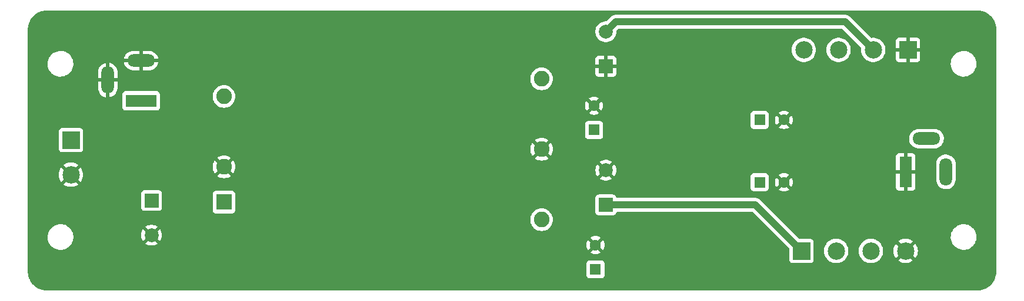
<source format=gbr>
%TF.GenerationSoftware,KiCad,Pcbnew,7.0.8*%
%TF.CreationDate,2023-10-16T07:21:23+01:00*%
%TF.ProjectId,SYNTH_PWR_MKII,53594e54-485f-4505-9752-5f4d4b49492e,1.0*%
%TF.SameCoordinates,Original*%
%TF.FileFunction,Copper,L2,Bot*%
%TF.FilePolarity,Positive*%
%FSLAX46Y46*%
G04 Gerber Fmt 4.6, Leading zero omitted, Abs format (unit mm)*
G04 Created by KiCad (PCBNEW 7.0.8) date 2023-10-16 07:21:23*
%MOMM*%
%LPD*%
G01*
G04 APERTURE LIST*
%TA.AperFunction,ComponentPad*%
%ADD10R,2.500000X2.500000*%
%TD*%
%TA.AperFunction,ComponentPad*%
%ADD11C,2.500000*%
%TD*%
%TA.AperFunction,ComponentPad*%
%ADD12R,1.600000X1.600000*%
%TD*%
%TA.AperFunction,ComponentPad*%
%ADD13C,1.600000*%
%TD*%
%TA.AperFunction,ComponentPad*%
%ADD14R,2.250000X2.250000*%
%TD*%
%TA.AperFunction,ComponentPad*%
%ADD15C,2.250000*%
%TD*%
%TA.AperFunction,ComponentPad*%
%ADD16R,2.000000X2.000000*%
%TD*%
%TA.AperFunction,ComponentPad*%
%ADD17C,2.000000*%
%TD*%
%TA.AperFunction,ComponentPad*%
%ADD18R,1.800000X4.400000*%
%TD*%
%TA.AperFunction,ComponentPad*%
%ADD19O,1.800000X4.000000*%
%TD*%
%TA.AperFunction,ComponentPad*%
%ADD20O,4.000000X1.800000*%
%TD*%
%TA.AperFunction,ComponentPad*%
%ADD21R,4.400000X1.800000*%
%TD*%
%TA.AperFunction,ViaPad*%
%ADD22C,0.700000*%
%TD*%
%TA.AperFunction,ViaPad*%
%ADD23C,0.800000*%
%TD*%
%TA.AperFunction,Conductor*%
%ADD24C,1.000000*%
%TD*%
G04 APERTURE END LIST*
D10*
%TO.P,J2,1,Pin_1*%
%TO.N,/+18V_IN*%
X101500000Y-111000000D03*
D11*
%TO.P,J2,2,Pin_2*%
%TO.N,GND*%
X101500000Y-116000000D03*
%TD*%
D12*
%TO.P,C4,1*%
%TO.N,/VIN_18V*%
X176800000Y-109552651D03*
D13*
%TO.P,C4,2*%
%TO.N,GND*%
X176800000Y-106052651D03*
%TD*%
D14*
%TO.P,PS1,1,VIN*%
%TO.N,/VIN_18V*%
X123530000Y-119960000D03*
D15*
%TO.P,PS1,2,GND*%
%TO.N,GND*%
X123530000Y-114880000D03*
%TO.P,PS1,3,CTRL*%
%TO.N,unconnected-(PS1-CTRL-Pad3)*%
X123530000Y-104720000D03*
%TO.P,PS1,4,-VO*%
%TO.N,/VOUT_-12V*%
X169250000Y-102180000D03*
%TO.P,PS1,5,0V*%
%TO.N,GND*%
X169250000Y-112340000D03*
%TO.P,PS1,6,+VO*%
%TO.N,/VOUT_+12V*%
X169250000Y-122500000D03*
%TD*%
D16*
%TO.P,C2,1*%
%TO.N,GND*%
X178500000Y-100367677D03*
D17*
%TO.P,C2,2*%
%TO.N,/VOUT_-12V*%
X178500000Y-95367677D03*
%TD*%
D12*
%TO.P,C5,1*%
%TO.N,/VOUT_+9V*%
X200647349Y-108100000D03*
D13*
%TO.P,C5,2*%
%TO.N,GND*%
X204147349Y-108100000D03*
%TD*%
D18*
%TO.P,J5,1*%
%TO.N,GND*%
X221650000Y-115600000D03*
D19*
%TO.P,J5,2*%
%TO.N,/VOUT_+9V*%
X227450000Y-115600000D03*
D20*
%TO.P,J5,3*%
%TO.N,unconnected-(J5-Pad3)*%
X224650000Y-110800000D03*
%TD*%
D12*
%TO.P,C8,1*%
%TO.N,/VOUT_+5V*%
X200647349Y-117100000D03*
D13*
%TO.P,C8,2*%
%TO.N,GND*%
X204147349Y-117100000D03*
%TD*%
D12*
%TO.P,C7,1*%
%TO.N,/VIN_18V*%
X177000000Y-129652651D03*
D13*
%TO.P,C7,2*%
%TO.N,GND*%
X177000000Y-126152651D03*
%TD*%
D16*
%TO.P,C1,1*%
%TO.N,/VIN_18V*%
X113100000Y-119732323D03*
D17*
%TO.P,C1,2*%
%TO.N,GND*%
X113100000Y-124732323D03*
%TD*%
D16*
%TO.P,C3,1*%
%TO.N,/VOUT_+12V*%
X178500000Y-120367677D03*
D17*
%TO.P,C3,2*%
%TO.N,GND*%
X178500000Y-115367677D03*
%TD*%
D10*
%TO.P,J4,1,Pin_1*%
%TO.N,GND*%
X222000000Y-98000000D03*
D11*
%TO.P,J4,2,Pin_2*%
%TO.N,/VOUT_-12V*%
X217000000Y-98000000D03*
%TO.P,J4,3,Pin_3*%
%TO.N,/VOUT_+5V*%
X212000000Y-98000000D03*
%TO.P,J4,4,Pin_4*%
%TO.N,/VOUT_+12V*%
X207000000Y-98000000D03*
%TD*%
D10*
%TO.P,J3,1,Pin_1*%
%TO.N,/VOUT_+12V*%
X206660000Y-127000000D03*
D11*
%TO.P,J3,2,Pin_2*%
%TO.N,/VOUT_+5V*%
X211660000Y-127000000D03*
%TO.P,J3,3,Pin_3*%
%TO.N,/VOUT_-12V*%
X216660000Y-127000000D03*
%TO.P,J3,4,Pin_4*%
%TO.N,GND*%
X221660000Y-127000000D03*
%TD*%
D21*
%TO.P,J1,1*%
%TO.N,/+18V_IN*%
X111600000Y-105350000D03*
D20*
%TO.P,J1,2*%
%TO.N,GND*%
X111600000Y-99550000D03*
D19*
%TO.P,J1,3*%
X106800000Y-102350000D03*
%TD*%
D22*
%TO.N,GND*%
X198100000Y-111800000D03*
X209500000Y-115500000D03*
X213750000Y-115590000D03*
X194000000Y-117150000D03*
X188450000Y-122000000D03*
X188450000Y-117150000D03*
X194000000Y-122000000D03*
X200000000Y-125400000D03*
D23*
X189000000Y-96000000D03*
X194000000Y-96000000D03*
D22*
X218000000Y-115500000D03*
X194000000Y-99000000D03*
X232070000Y-106500000D03*
X188500000Y-99000000D03*
%TD*%
D24*
%TO.N,/VOUT_-12V*%
X178500000Y-95367677D02*
X179917677Y-93950000D01*
X212950000Y-93950000D02*
X217000000Y-98000000D01*
X179917677Y-93950000D02*
X212950000Y-93950000D01*
%TO.N,/VOUT_+12V*%
X178500000Y-120367677D02*
X200027677Y-120367677D01*
X200027677Y-120367677D02*
X206660000Y-127000000D01*
%TD*%
%TA.AperFunction,Conductor*%
%TO.N,GND*%
G36*
X232001735Y-92300598D02*
G01*
X232142940Y-92308527D01*
X232298780Y-92317279D01*
X232305670Y-92318055D01*
X232554372Y-92360311D01*
X232597257Y-92367598D01*
X232604041Y-92369146D01*
X232888238Y-92451022D01*
X232888242Y-92451023D01*
X232894809Y-92453322D01*
X233031428Y-92509911D01*
X233168060Y-92566505D01*
X233174309Y-92569515D01*
X233343442Y-92662991D01*
X233433170Y-92712582D01*
X233439062Y-92716284D01*
X233680268Y-92887429D01*
X233685708Y-92891767D01*
X233906236Y-93088843D01*
X233911156Y-93093763D01*
X234108232Y-93314291D01*
X234112570Y-93319731D01*
X234283715Y-93560937D01*
X234287417Y-93566829D01*
X234430480Y-93825682D01*
X234433497Y-93831947D01*
X234433498Y-93831950D01*
X234433499Y-93831951D01*
X234546677Y-94105190D01*
X234548976Y-94111757D01*
X234630853Y-94395958D01*
X234632401Y-94402742D01*
X234681942Y-94694315D01*
X234682721Y-94701229D01*
X234699402Y-94998263D01*
X234699500Y-95001740D01*
X234699500Y-129998258D01*
X234699402Y-130001735D01*
X234682721Y-130298770D01*
X234681942Y-130305684D01*
X234632401Y-130597257D01*
X234630853Y-130604041D01*
X234548976Y-130888242D01*
X234546677Y-130894809D01*
X234433499Y-131168048D01*
X234430480Y-131174317D01*
X234287417Y-131433170D01*
X234283715Y-131439062D01*
X234112570Y-131680268D01*
X234108232Y-131685708D01*
X233911156Y-131906236D01*
X233906236Y-131911156D01*
X233685708Y-132108232D01*
X233680268Y-132112570D01*
X233439062Y-132283715D01*
X233433170Y-132287417D01*
X233174317Y-132430480D01*
X233168048Y-132433499D01*
X232894809Y-132546677D01*
X232888242Y-132548976D01*
X232604041Y-132630853D01*
X232597257Y-132632401D01*
X232305684Y-132681942D01*
X232298770Y-132682721D01*
X232001735Y-132699402D01*
X231998258Y-132699500D01*
X98001739Y-132699500D01*
X97998262Y-132699402D01*
X97701230Y-132682722D01*
X97694315Y-132681943D01*
X97402741Y-132632402D01*
X97395957Y-132630854D01*
X97111756Y-132548977D01*
X97105189Y-132546678D01*
X96870281Y-132449377D01*
X96831946Y-132433498D01*
X96825681Y-132430481D01*
X96566829Y-132287418D01*
X96560937Y-132283716D01*
X96319725Y-132112567D01*
X96314296Y-132108237D01*
X96181945Y-131989961D01*
X96093763Y-131911156D01*
X96088843Y-131906236D01*
X96021631Y-131831027D01*
X95891760Y-131685701D01*
X95887432Y-131680274D01*
X95716283Y-131439062D01*
X95712581Y-131433170D01*
X95575100Y-131184417D01*
X95569514Y-131174310D01*
X95566504Y-131168061D01*
X95477486Y-130953151D01*
X95453321Y-130894810D01*
X95451022Y-130888243D01*
X95369145Y-130604042D01*
X95367597Y-130597258D01*
X95351163Y-130500534D01*
X95351161Y-130500521D01*
X175699500Y-130500521D01*
X175699501Y-130500527D01*
X175705908Y-130560134D01*
X175756202Y-130694979D01*
X175756206Y-130694986D01*
X175842452Y-130810195D01*
X175842455Y-130810198D01*
X175957664Y-130896444D01*
X175957671Y-130896448D01*
X176092517Y-130946742D01*
X176092516Y-130946742D01*
X176099444Y-130947486D01*
X176152127Y-130953151D01*
X177847872Y-130953150D01*
X177907483Y-130946742D01*
X178042331Y-130896447D01*
X178157546Y-130810197D01*
X178243796Y-130694982D01*
X178294091Y-130560134D01*
X178300500Y-130500524D01*
X178300499Y-128804779D01*
X178294091Y-128745168D01*
X178293689Y-128744091D01*
X178243797Y-128610322D01*
X178243793Y-128610315D01*
X178157547Y-128495106D01*
X178157544Y-128495103D01*
X178042335Y-128408857D01*
X178042328Y-128408853D01*
X177907482Y-128358559D01*
X177907483Y-128358559D01*
X177847883Y-128352152D01*
X177847881Y-128352151D01*
X177847873Y-128352151D01*
X177847864Y-128352151D01*
X176152129Y-128352151D01*
X176152123Y-128352152D01*
X176092516Y-128358559D01*
X175957671Y-128408853D01*
X175957664Y-128408857D01*
X175842455Y-128495103D01*
X175842452Y-128495106D01*
X175756206Y-128610315D01*
X175756202Y-128610322D01*
X175705908Y-128745168D01*
X175699501Y-128804767D01*
X175699501Y-128804774D01*
X175699500Y-128804786D01*
X175699500Y-130500521D01*
X95351161Y-130500521D01*
X95318054Y-130305671D01*
X95317278Y-130298781D01*
X95308525Y-130142922D01*
X95300598Y-130001753D01*
X95300500Y-129998276D01*
X95300500Y-125067763D01*
X98145787Y-125067763D01*
X98175413Y-125337013D01*
X98175415Y-125337024D01*
X98243926Y-125599082D01*
X98243928Y-125599088D01*
X98349870Y-125848390D01*
X98490979Y-126079605D01*
X98490986Y-126079615D01*
X98664253Y-126287819D01*
X98664259Y-126287824D01*
X98769240Y-126381887D01*
X98865998Y-126468582D01*
X99091910Y-126618044D01*
X99337176Y-126733020D01*
X99337183Y-126733022D01*
X99337185Y-126733023D01*
X99596557Y-126811057D01*
X99596564Y-126811058D01*
X99596569Y-126811060D01*
X99864561Y-126850500D01*
X99864566Y-126850500D01*
X100067636Y-126850500D01*
X100119133Y-126846730D01*
X100270156Y-126835677D01*
X100407277Y-126805132D01*
X100534546Y-126776782D01*
X100534548Y-126776781D01*
X100534553Y-126776780D01*
X100787558Y-126680014D01*
X101023777Y-126547441D01*
X101238177Y-126381888D01*
X101426186Y-126186881D01*
X101583799Y-125966579D01*
X101657787Y-125822669D01*
X101707649Y-125725690D01*
X101707651Y-125725684D01*
X101707656Y-125725675D01*
X101791547Y-125479772D01*
X101795115Y-125469314D01*
X101795115Y-125469313D01*
X101795118Y-125469305D01*
X101844319Y-125202933D01*
X101854212Y-124932235D01*
X101832216Y-124732328D01*
X111594859Y-124732328D01*
X111615385Y-124980052D01*
X111615387Y-124980061D01*
X111676412Y-125221040D01*
X111776266Y-125448687D01*
X111876564Y-125602205D01*
X112616923Y-124861846D01*
X112640507Y-124942167D01*
X112718239Y-125063121D01*
X112826900Y-125157275D01*
X112957685Y-125217003D01*
X112967466Y-125218409D01*
X112229942Y-125955932D01*
X112276768Y-125992378D01*
X112276770Y-125992379D01*
X112495385Y-126110687D01*
X112495396Y-126110692D01*
X112730506Y-126191406D01*
X112975707Y-126232323D01*
X113224293Y-126232323D01*
X113469493Y-126191406D01*
X113582376Y-126152653D01*
X175695034Y-126152653D01*
X175714858Y-126379250D01*
X175714860Y-126379261D01*
X175773730Y-126598968D01*
X175773734Y-126598977D01*
X175869865Y-126805132D01*
X175869866Y-126805134D01*
X175920973Y-126878122D01*
X175920974Y-126878123D01*
X176602046Y-126197050D01*
X176614835Y-126277799D01*
X176672359Y-126390696D01*
X176761955Y-126480292D01*
X176874852Y-126537816D01*
X176955599Y-126550604D01*
X176274526Y-127231676D01*
X176274526Y-127231677D01*
X176347512Y-127282782D01*
X176347516Y-127282784D01*
X176553673Y-127378916D01*
X176553682Y-127378920D01*
X176773389Y-127437790D01*
X176773400Y-127437792D01*
X176999998Y-127457617D01*
X177000002Y-127457617D01*
X177226599Y-127437792D01*
X177226610Y-127437790D01*
X177446317Y-127378920D01*
X177446331Y-127378915D01*
X177652478Y-127282787D01*
X177725472Y-127231676D01*
X177044401Y-126550604D01*
X177125148Y-126537816D01*
X177238045Y-126480292D01*
X177327641Y-126390696D01*
X177385165Y-126277799D01*
X177397953Y-126197051D01*
X178079025Y-126878123D01*
X178130136Y-126805129D01*
X178226264Y-126598982D01*
X178226269Y-126598968D01*
X178285139Y-126379261D01*
X178285141Y-126379250D01*
X178304966Y-126152653D01*
X178304966Y-126152648D01*
X178285141Y-125926051D01*
X178285139Y-125926040D01*
X178226269Y-125706333D01*
X178226265Y-125706324D01*
X178130133Y-125500167D01*
X178130131Y-125500163D01*
X178079026Y-125427177D01*
X178079025Y-125427177D01*
X177397953Y-126108249D01*
X177385165Y-126027503D01*
X177327641Y-125914606D01*
X177238045Y-125825010D01*
X177125148Y-125767486D01*
X177044400Y-125754697D01*
X177725472Y-125073625D01*
X177725471Y-125073624D01*
X177652483Y-125022517D01*
X177652481Y-125022516D01*
X177446326Y-124926385D01*
X177446317Y-124926381D01*
X177226610Y-124867511D01*
X177226599Y-124867509D01*
X177000002Y-124847685D01*
X176999998Y-124847685D01*
X176773400Y-124867509D01*
X176773389Y-124867511D01*
X176553682Y-124926381D01*
X176553673Y-124926385D01*
X176347513Y-125022519D01*
X176274527Y-125073623D01*
X176274526Y-125073624D01*
X176955600Y-125754697D01*
X176874852Y-125767486D01*
X176761955Y-125825010D01*
X176672359Y-125914606D01*
X176614835Y-126027503D01*
X176602046Y-126108250D01*
X175920973Y-125427177D01*
X175920972Y-125427178D01*
X175869868Y-125500164D01*
X175773734Y-125706324D01*
X175773730Y-125706333D01*
X175714860Y-125926040D01*
X175714858Y-125926051D01*
X175695034Y-126152648D01*
X175695034Y-126152653D01*
X113582376Y-126152653D01*
X113704603Y-126110692D01*
X113704614Y-126110687D01*
X113923228Y-125992380D01*
X113923231Y-125992378D01*
X113970056Y-125955932D01*
X113232533Y-125218409D01*
X113242315Y-125217003D01*
X113373100Y-125157275D01*
X113481761Y-125063121D01*
X113559493Y-124942167D01*
X113583076Y-124861847D01*
X114323434Y-125602205D01*
X114423731Y-125448692D01*
X114523587Y-125221040D01*
X114584612Y-124980061D01*
X114584614Y-124980052D01*
X114605141Y-124732328D01*
X114605141Y-124732317D01*
X114584614Y-124484593D01*
X114584612Y-124484584D01*
X114523587Y-124243605D01*
X114423731Y-124015953D01*
X114323434Y-123862439D01*
X113583076Y-124602798D01*
X113559493Y-124522479D01*
X113481761Y-124401525D01*
X113373100Y-124307371D01*
X113242315Y-124247643D01*
X113232534Y-124246236D01*
X113970057Y-123508713D01*
X113970056Y-123508712D01*
X113923229Y-123472266D01*
X113704614Y-123353958D01*
X113704603Y-123353953D01*
X113469493Y-123273239D01*
X113224293Y-123232323D01*
X112975707Y-123232323D01*
X112730506Y-123273239D01*
X112495396Y-123353953D01*
X112495390Y-123353955D01*
X112276761Y-123472272D01*
X112229942Y-123508711D01*
X112229942Y-123508713D01*
X112967466Y-124246236D01*
X112957685Y-124247643D01*
X112826900Y-124307371D01*
X112718239Y-124401525D01*
X112640507Y-124522479D01*
X112616923Y-124602798D01*
X111876564Y-123862439D01*
X111776267Y-124015955D01*
X111676412Y-124243605D01*
X111615387Y-124484584D01*
X111615385Y-124484593D01*
X111594859Y-124732317D01*
X111594859Y-124732328D01*
X101832216Y-124732328D01*
X101824586Y-124662982D01*
X101756072Y-124400912D01*
X101650130Y-124151610D01*
X101509018Y-123920390D01*
X101460791Y-123862439D01*
X101335746Y-123712180D01*
X101335740Y-123712175D01*
X101134002Y-123531418D01*
X100908092Y-123381957D01*
X100908090Y-123381956D01*
X100662824Y-123266980D01*
X100662819Y-123266978D01*
X100662814Y-123266976D01*
X100403442Y-123188942D01*
X100403428Y-123188939D01*
X100287791Y-123171921D01*
X100135439Y-123149500D01*
X99932369Y-123149500D01*
X99932364Y-123149500D01*
X99729844Y-123164323D01*
X99729831Y-123164325D01*
X99465453Y-123223217D01*
X99465446Y-123223220D01*
X99212439Y-123319987D01*
X98976226Y-123452557D01*
X98976224Y-123452558D01*
X98976223Y-123452559D01*
X98950694Y-123472272D01*
X98761822Y-123618112D01*
X98573822Y-123813109D01*
X98573816Y-123813116D01*
X98416202Y-124033419D01*
X98416199Y-124033424D01*
X98292350Y-124274309D01*
X98292343Y-124274327D01*
X98204884Y-124530685D01*
X98204881Y-124530699D01*
X98155681Y-124797068D01*
X98155680Y-124797075D01*
X98145787Y-125067763D01*
X95300500Y-125067763D01*
X95300500Y-122500000D01*
X167619474Y-122500000D01*
X167639547Y-122755064D01*
X167699279Y-123003864D01*
X167797188Y-123240239D01*
X167797190Y-123240242D01*
X167930875Y-123458396D01*
X167930878Y-123458401D01*
X167973847Y-123508711D01*
X168097044Y-123652956D01*
X168166381Y-123712175D01*
X168291598Y-123819121D01*
X168291600Y-123819122D01*
X168291601Y-123819123D01*
X168509757Y-123952809D01*
X168509760Y-123952811D01*
X168746135Y-124050720D01*
X168746140Y-124050722D01*
X168994930Y-124110452D01*
X169250000Y-124130526D01*
X169505070Y-124110452D01*
X169753860Y-124050722D01*
X169872051Y-124001765D01*
X169990239Y-123952811D01*
X169990240Y-123952810D01*
X169990243Y-123952809D01*
X170208399Y-123819123D01*
X170402956Y-123652956D01*
X170569123Y-123458399D01*
X170702809Y-123240243D01*
X170709862Y-123223217D01*
X170800720Y-123003864D01*
X170800722Y-123003860D01*
X170860452Y-122755070D01*
X170880526Y-122500000D01*
X170860452Y-122244930D01*
X170800722Y-121996140D01*
X170747718Y-121868176D01*
X170702811Y-121759760D01*
X170702809Y-121759757D01*
X170569124Y-121541603D01*
X170569121Y-121541598D01*
X170484522Y-121442546D01*
X170461463Y-121415547D01*
X176999500Y-121415547D01*
X176999501Y-121415553D01*
X177005908Y-121475160D01*
X177056202Y-121610005D01*
X177056206Y-121610012D01*
X177142452Y-121725221D01*
X177142455Y-121725224D01*
X177257664Y-121811470D01*
X177257671Y-121811474D01*
X177392517Y-121861768D01*
X177392516Y-121861768D01*
X177399444Y-121862512D01*
X177452127Y-121868177D01*
X179547872Y-121868176D01*
X179607483Y-121861768D01*
X179742331Y-121811473D01*
X179857546Y-121725223D01*
X179943796Y-121610008D01*
X179994091Y-121475160D01*
X179994091Y-121475158D01*
X179995874Y-121467615D01*
X179998146Y-121468151D01*
X180020429Y-121414365D01*
X180077823Y-121374520D01*
X180116976Y-121368177D01*
X199561894Y-121368177D01*
X199628933Y-121387862D01*
X199649575Y-121404496D01*
X204873181Y-126628101D01*
X204906666Y-126689424D01*
X204909500Y-126715782D01*
X204909500Y-128297870D01*
X204909501Y-128297876D01*
X204915908Y-128357483D01*
X204966202Y-128492328D01*
X204966206Y-128492335D01*
X205052452Y-128607544D01*
X205052455Y-128607547D01*
X205167664Y-128693793D01*
X205167671Y-128693797D01*
X205302517Y-128744091D01*
X205302516Y-128744091D01*
X205309444Y-128744835D01*
X205362127Y-128750500D01*
X207957872Y-128750499D01*
X208017483Y-128744091D01*
X208152331Y-128693796D01*
X208267546Y-128607546D01*
X208353796Y-128492331D01*
X208404091Y-128357483D01*
X208410500Y-128297873D01*
X208410500Y-127000004D01*
X209904592Y-127000004D01*
X209924196Y-127261620D01*
X209924197Y-127261625D01*
X209982576Y-127517402D01*
X209982578Y-127517411D01*
X209982580Y-127517416D01*
X210078432Y-127761643D01*
X210209614Y-127988857D01*
X210341736Y-128154533D01*
X210373198Y-128193985D01*
X210485163Y-128297872D01*
X210565521Y-128372433D01*
X210782296Y-128520228D01*
X210782301Y-128520230D01*
X210782302Y-128520231D01*
X210782303Y-128520232D01*
X210907843Y-128580688D01*
X211018673Y-128634061D01*
X211018674Y-128634061D01*
X211018677Y-128634063D01*
X211269385Y-128711396D01*
X211528818Y-128750500D01*
X211791182Y-128750500D01*
X212050615Y-128711396D01*
X212301323Y-128634063D01*
X212537704Y-128520228D01*
X212754479Y-128372433D01*
X212946805Y-128193981D01*
X213110386Y-127988857D01*
X213241568Y-127761643D01*
X213337420Y-127517416D01*
X213395802Y-127261630D01*
X213395808Y-127261550D01*
X213415408Y-127000004D01*
X214904592Y-127000004D01*
X214924196Y-127261620D01*
X214924197Y-127261625D01*
X214982576Y-127517402D01*
X214982578Y-127517411D01*
X214982580Y-127517416D01*
X215078432Y-127761643D01*
X215209614Y-127988857D01*
X215341736Y-128154533D01*
X215373198Y-128193985D01*
X215485163Y-128297872D01*
X215565521Y-128372433D01*
X215782296Y-128520228D01*
X215782301Y-128520230D01*
X215782302Y-128520231D01*
X215782303Y-128520232D01*
X215907843Y-128580688D01*
X216018673Y-128634061D01*
X216018674Y-128634061D01*
X216018677Y-128634063D01*
X216269385Y-128711396D01*
X216528818Y-128750500D01*
X216791182Y-128750500D01*
X217050615Y-128711396D01*
X217301323Y-128634063D01*
X217537704Y-128520228D01*
X217754479Y-128372433D01*
X217946805Y-128193981D01*
X218110386Y-127988857D01*
X218241568Y-127761643D01*
X218337420Y-127517416D01*
X218395802Y-127261630D01*
X218395808Y-127261550D01*
X218415408Y-127000004D01*
X219905093Y-127000004D01*
X219924692Y-127261545D01*
X219924693Y-127261550D01*
X219983058Y-127517270D01*
X220078883Y-127761426D01*
X220078882Y-127761426D01*
X220210030Y-127988577D01*
X220257873Y-128048571D01*
X220257874Y-128048571D01*
X221057452Y-127248993D01*
X221067188Y-127278956D01*
X221155186Y-127417619D01*
X221274903Y-127530040D01*
X221409510Y-127604041D01*
X220610831Y-128402720D01*
X220782546Y-128519793D01*
X220782550Y-128519795D01*
X221018854Y-128633594D01*
X221018858Y-128633595D01*
X221269494Y-128710907D01*
X221269500Y-128710909D01*
X221528848Y-128749999D01*
X221528857Y-128750000D01*
X221791143Y-128750000D01*
X221791151Y-128749999D01*
X222050499Y-128710909D01*
X222050505Y-128710907D01*
X222301143Y-128633595D01*
X222537445Y-128519798D01*
X222537456Y-128519791D01*
X222709167Y-128402720D01*
X221907534Y-127601086D01*
X221975629Y-127574126D01*
X222108492Y-127477595D01*
X222213175Y-127351055D01*
X222261631Y-127248079D01*
X223062124Y-128048571D01*
X223109974Y-127988570D01*
X223241116Y-127761426D01*
X223336941Y-127517270D01*
X223395306Y-127261550D01*
X223395307Y-127261545D01*
X223414907Y-127000004D01*
X223414907Y-126999995D01*
X223395307Y-126738454D01*
X223395306Y-126738449D01*
X223336941Y-126482729D01*
X223241116Y-126238573D01*
X223241117Y-126238573D01*
X223109971Y-126011426D01*
X223062125Y-125951427D01*
X222262546Y-126751005D01*
X222252812Y-126721044D01*
X222164814Y-126582381D01*
X222045097Y-126469960D01*
X221910488Y-126395957D01*
X222709167Y-125597278D01*
X222537447Y-125480202D01*
X222537445Y-125480201D01*
X222301142Y-125366404D01*
X222301144Y-125366404D01*
X222050505Y-125289092D01*
X222050499Y-125289090D01*
X221791151Y-125250000D01*
X221528848Y-125250000D01*
X221269500Y-125289090D01*
X221269494Y-125289092D01*
X221018858Y-125366404D01*
X221018854Y-125366405D01*
X220782550Y-125480204D01*
X220782546Y-125480206D01*
X220610832Y-125597278D01*
X221412466Y-126398912D01*
X221344371Y-126425874D01*
X221211508Y-126522405D01*
X221106825Y-126648945D01*
X221058367Y-126751921D01*
X220257873Y-125951427D01*
X220210029Y-126011423D01*
X220078883Y-126238573D01*
X219983058Y-126482729D01*
X219924693Y-126738449D01*
X219924692Y-126738454D01*
X219905093Y-126999995D01*
X219905093Y-127000004D01*
X218415408Y-127000004D01*
X218415408Y-126999995D01*
X218395803Y-126738379D01*
X218395802Y-126738374D01*
X218395802Y-126738370D01*
X218337420Y-126482584D01*
X218241568Y-126238357D01*
X218110386Y-126011143D01*
X217946805Y-125806019D01*
X217946804Y-125806018D01*
X217946801Y-125806014D01*
X217754479Y-125627567D01*
X217710053Y-125597278D01*
X217537704Y-125479772D01*
X217537700Y-125479770D01*
X217537697Y-125479768D01*
X217537696Y-125479767D01*
X217301325Y-125365938D01*
X217301327Y-125365938D01*
X217050623Y-125288606D01*
X217050619Y-125288605D01*
X217050615Y-125288604D01*
X216925823Y-125269794D01*
X216791187Y-125249500D01*
X216791182Y-125249500D01*
X216528818Y-125249500D01*
X216528812Y-125249500D01*
X216367247Y-125273853D01*
X216269385Y-125288604D01*
X216269382Y-125288605D01*
X216269376Y-125288606D01*
X216018673Y-125365938D01*
X215782303Y-125479767D01*
X215782302Y-125479768D01*
X215782296Y-125479771D01*
X215782296Y-125479772D01*
X215756839Y-125497128D01*
X215565520Y-125627567D01*
X215373198Y-125806014D01*
X215209614Y-126011143D01*
X215078432Y-126238356D01*
X214982582Y-126482578D01*
X214982576Y-126482597D01*
X214924197Y-126738374D01*
X214924196Y-126738379D01*
X214904592Y-126999995D01*
X214904592Y-127000004D01*
X213415408Y-127000004D01*
X213415408Y-126999995D01*
X213395803Y-126738379D01*
X213395802Y-126738374D01*
X213395802Y-126738370D01*
X213337420Y-126482584D01*
X213241568Y-126238357D01*
X213110386Y-126011143D01*
X212946805Y-125806019D01*
X212946804Y-125806018D01*
X212946801Y-125806014D01*
X212754479Y-125627567D01*
X212710053Y-125597278D01*
X212537704Y-125479772D01*
X212537700Y-125479770D01*
X212537697Y-125479768D01*
X212537696Y-125479767D01*
X212301325Y-125365938D01*
X212301327Y-125365938D01*
X212050623Y-125288606D01*
X212050619Y-125288605D01*
X212050615Y-125288604D01*
X211925823Y-125269794D01*
X211791187Y-125249500D01*
X211791182Y-125249500D01*
X211528818Y-125249500D01*
X211528812Y-125249500D01*
X211367247Y-125273853D01*
X211269385Y-125288604D01*
X211269382Y-125288605D01*
X211269376Y-125288606D01*
X211018673Y-125365938D01*
X210782303Y-125479767D01*
X210782302Y-125479768D01*
X210782296Y-125479771D01*
X210782296Y-125479772D01*
X210756839Y-125497128D01*
X210565520Y-125627567D01*
X210373198Y-125806014D01*
X210209614Y-126011143D01*
X210078432Y-126238356D01*
X209982582Y-126482578D01*
X209982576Y-126482597D01*
X209924197Y-126738374D01*
X209924196Y-126738379D01*
X209904592Y-126999995D01*
X209904592Y-127000004D01*
X208410500Y-127000004D01*
X208410499Y-125702128D01*
X208404091Y-125642517D01*
X208353796Y-125507669D01*
X208353795Y-125507668D01*
X208353793Y-125507664D01*
X208267547Y-125392455D01*
X208267544Y-125392452D01*
X208152335Y-125306206D01*
X208152328Y-125306202D01*
X208017482Y-125255908D01*
X208017483Y-125255908D01*
X207957883Y-125249501D01*
X207957881Y-125249500D01*
X207957873Y-125249500D01*
X207957865Y-125249500D01*
X206375783Y-125249500D01*
X206308744Y-125229815D01*
X206288102Y-125213181D01*
X206142684Y-125067763D01*
X228145787Y-125067763D01*
X228175413Y-125337013D01*
X228175415Y-125337024D01*
X228243926Y-125599082D01*
X228243928Y-125599088D01*
X228349870Y-125848390D01*
X228490979Y-126079605D01*
X228490986Y-126079615D01*
X228664253Y-126287819D01*
X228664259Y-126287824D01*
X228769240Y-126381887D01*
X228865998Y-126468582D01*
X229091910Y-126618044D01*
X229337176Y-126733020D01*
X229337183Y-126733022D01*
X229337185Y-126733023D01*
X229596557Y-126811057D01*
X229596564Y-126811058D01*
X229596569Y-126811060D01*
X229864561Y-126850500D01*
X229864566Y-126850500D01*
X230067636Y-126850500D01*
X230119133Y-126846730D01*
X230270156Y-126835677D01*
X230407277Y-126805132D01*
X230534546Y-126776782D01*
X230534548Y-126776781D01*
X230534553Y-126776780D01*
X230787558Y-126680014D01*
X231023777Y-126547441D01*
X231238177Y-126381888D01*
X231426186Y-126186881D01*
X231583799Y-125966579D01*
X231657787Y-125822669D01*
X231707649Y-125725690D01*
X231707651Y-125725684D01*
X231707656Y-125725675D01*
X231791547Y-125479772D01*
X231795115Y-125469314D01*
X231795115Y-125469313D01*
X231795118Y-125469305D01*
X231844319Y-125202933D01*
X231854212Y-124932235D01*
X231824586Y-124662982D01*
X231756072Y-124400912D01*
X231650130Y-124151610D01*
X231509018Y-123920390D01*
X231460791Y-123862439D01*
X231335746Y-123712180D01*
X231335740Y-123712175D01*
X231134002Y-123531418D01*
X230908092Y-123381957D01*
X230908090Y-123381956D01*
X230662824Y-123266980D01*
X230662819Y-123266978D01*
X230662814Y-123266976D01*
X230403442Y-123188942D01*
X230403428Y-123188939D01*
X230287791Y-123171921D01*
X230135439Y-123149500D01*
X229932369Y-123149500D01*
X229932364Y-123149500D01*
X229729844Y-123164323D01*
X229729831Y-123164325D01*
X229465453Y-123223217D01*
X229465446Y-123223220D01*
X229212439Y-123319987D01*
X228976226Y-123452557D01*
X228976224Y-123452558D01*
X228976223Y-123452559D01*
X228950694Y-123472272D01*
X228761822Y-123618112D01*
X228573822Y-123813109D01*
X228573816Y-123813116D01*
X228416202Y-124033419D01*
X228416199Y-124033424D01*
X228292350Y-124274309D01*
X228292343Y-124274327D01*
X228204884Y-124530685D01*
X228204881Y-124530699D01*
X228155681Y-124797068D01*
X228155680Y-124797075D01*
X228145787Y-125067763D01*
X206142684Y-125067763D01*
X200744129Y-119669209D01*
X200682738Y-119604626D01*
X200682737Y-119604625D01*
X200682736Y-119604624D01*
X200654881Y-119585236D01*
X200632386Y-119569579D01*
X200628623Y-119566741D01*
X200581090Y-119527982D01*
X200581083Y-119527977D01*
X200550636Y-119512074D01*
X200543928Y-119508011D01*
X200515726Y-119488382D01*
X200515723Y-119488380D01*
X200515722Y-119488380D01*
X200515718Y-119488378D01*
X200459357Y-119464191D01*
X200455101Y-119462170D01*
X200400734Y-119433771D01*
X200400727Y-119433768D01*
X200400726Y-119433768D01*
X200394685Y-119432039D01*
X200367707Y-119424319D01*
X200360307Y-119421685D01*
X200328734Y-119408136D01*
X200328735Y-119408136D01*
X200268643Y-119395786D01*
X200264068Y-119394663D01*
X200205097Y-119377790D01*
X200205102Y-119377790D01*
X200170835Y-119375180D01*
X200163057Y-119374089D01*
X200129419Y-119367177D01*
X200129418Y-119367177D01*
X200068079Y-119367177D01*
X200063372Y-119366998D01*
X200057798Y-119366573D01*
X200002201Y-119362339D01*
X199982266Y-119364878D01*
X199968117Y-119366680D01*
X199960288Y-119367177D01*
X180116977Y-119367177D01*
X180049938Y-119347492D01*
X180004183Y-119294688D01*
X179996733Y-119267542D01*
X179995876Y-119267745D01*
X179994092Y-119260197D01*
X179943797Y-119125348D01*
X179943793Y-119125341D01*
X179857547Y-119010132D01*
X179857544Y-119010129D01*
X179742335Y-118923883D01*
X179742328Y-118923879D01*
X179607482Y-118873585D01*
X179607483Y-118873585D01*
X179547883Y-118867178D01*
X179547881Y-118867177D01*
X179547873Y-118867177D01*
X179547864Y-118867177D01*
X177452129Y-118867177D01*
X177452123Y-118867178D01*
X177392516Y-118873585D01*
X177257671Y-118923879D01*
X177257664Y-118923883D01*
X177142455Y-119010129D01*
X177142452Y-119010132D01*
X177056206Y-119125341D01*
X177056202Y-119125348D01*
X177005908Y-119260194D01*
X176999501Y-119319793D01*
X176999500Y-119319812D01*
X176999500Y-121415547D01*
X170461463Y-121415547D01*
X170402956Y-121347044D01*
X170261716Y-121226414D01*
X170208401Y-121180878D01*
X170208396Y-121180875D01*
X169990242Y-121047190D01*
X169990239Y-121047188D01*
X169753864Y-120949279D01*
X169753860Y-120949278D01*
X169505070Y-120889548D01*
X169505067Y-120889547D01*
X169505064Y-120889547D01*
X169250000Y-120869474D01*
X168994935Y-120889547D01*
X168994931Y-120889547D01*
X168994930Y-120889548D01*
X168870535Y-120919413D01*
X168746135Y-120949279D01*
X168509760Y-121047188D01*
X168509757Y-121047190D01*
X168291603Y-121180875D01*
X168291598Y-121180878D01*
X168097044Y-121347044D01*
X167930878Y-121541598D01*
X167930875Y-121541603D01*
X167797190Y-121759757D01*
X167797188Y-121759760D01*
X167699279Y-121996135D01*
X167639547Y-122244935D01*
X167619474Y-122500000D01*
X95300500Y-122500000D01*
X95300500Y-120780193D01*
X111599500Y-120780193D01*
X111599501Y-120780199D01*
X111605908Y-120839806D01*
X111656202Y-120974651D01*
X111656206Y-120974658D01*
X111742452Y-121089867D01*
X111742455Y-121089870D01*
X111857664Y-121176116D01*
X111857671Y-121176120D01*
X111992517Y-121226414D01*
X111992516Y-121226414D01*
X111999444Y-121227158D01*
X112052127Y-121232823D01*
X114147872Y-121232822D01*
X114207483Y-121226414D01*
X114342331Y-121176119D01*
X114400104Y-121132870D01*
X121904500Y-121132870D01*
X121904501Y-121132876D01*
X121910908Y-121192483D01*
X121961202Y-121327328D01*
X121961206Y-121327335D01*
X122047452Y-121442544D01*
X122047455Y-121442547D01*
X122162664Y-121528793D01*
X122162671Y-121528797D01*
X122297517Y-121579091D01*
X122297516Y-121579091D01*
X122304444Y-121579835D01*
X122357127Y-121585500D01*
X124702872Y-121585499D01*
X124762483Y-121579091D01*
X124897331Y-121528796D01*
X125012546Y-121442546D01*
X125098796Y-121327331D01*
X125149091Y-121192483D01*
X125155500Y-121132873D01*
X125155499Y-118787128D01*
X125149091Y-118727517D01*
X125133028Y-118684451D01*
X125098797Y-118592671D01*
X125098793Y-118592664D01*
X125012547Y-118477455D01*
X125012544Y-118477452D01*
X124897335Y-118391206D01*
X124897328Y-118391202D01*
X124762482Y-118340908D01*
X124762483Y-118340908D01*
X124702883Y-118334501D01*
X124702881Y-118334500D01*
X124702873Y-118334500D01*
X124702864Y-118334500D01*
X122357129Y-118334500D01*
X122357123Y-118334501D01*
X122297516Y-118340908D01*
X122162671Y-118391202D01*
X122162664Y-118391206D01*
X122047455Y-118477452D01*
X122047452Y-118477455D01*
X121961206Y-118592664D01*
X121961202Y-118592671D01*
X121910908Y-118727517D01*
X121904501Y-118787116D01*
X121904501Y-118787123D01*
X121904500Y-118787135D01*
X121904500Y-121132870D01*
X114400104Y-121132870D01*
X114457546Y-121089869D01*
X114543796Y-120974654D01*
X114594091Y-120839806D01*
X114600500Y-120780196D01*
X114600499Y-118684451D01*
X114594091Y-118624840D01*
X114543796Y-118489992D01*
X114543795Y-118489991D01*
X114543793Y-118489987D01*
X114457547Y-118374778D01*
X114457544Y-118374775D01*
X114342335Y-118288529D01*
X114342328Y-118288525D01*
X114207482Y-118238231D01*
X114207483Y-118238231D01*
X114147883Y-118231824D01*
X114147881Y-118231823D01*
X114147873Y-118231823D01*
X114147864Y-118231823D01*
X112052129Y-118231823D01*
X112052123Y-118231824D01*
X111992516Y-118238231D01*
X111857671Y-118288525D01*
X111857664Y-118288529D01*
X111742455Y-118374775D01*
X111742452Y-118374778D01*
X111656206Y-118489987D01*
X111656202Y-118489994D01*
X111605908Y-118624840D01*
X111599501Y-118684439D01*
X111599501Y-118684446D01*
X111599500Y-118684458D01*
X111599500Y-120780193D01*
X95300500Y-120780193D01*
X95300500Y-117947870D01*
X199346849Y-117947870D01*
X199346850Y-117947876D01*
X199353257Y-118007483D01*
X199403551Y-118142328D01*
X199403555Y-118142335D01*
X199489801Y-118257544D01*
X199489804Y-118257547D01*
X199605013Y-118343793D01*
X199605020Y-118343797D01*
X199739866Y-118394091D01*
X199739865Y-118394091D01*
X199746793Y-118394835D01*
X199799476Y-118400500D01*
X201495221Y-118400499D01*
X201554832Y-118394091D01*
X201689680Y-118343796D01*
X201804895Y-118257546D01*
X201891145Y-118142331D01*
X201941440Y-118007483D01*
X201947849Y-117947873D01*
X201947849Y-117100002D01*
X202842383Y-117100002D01*
X202862207Y-117326599D01*
X202862209Y-117326610D01*
X202921079Y-117546317D01*
X202921083Y-117546326D01*
X203017214Y-117752481D01*
X203017215Y-117752483D01*
X203068322Y-117825471D01*
X203068323Y-117825472D01*
X203749395Y-117144399D01*
X203762184Y-117225148D01*
X203819708Y-117338045D01*
X203909304Y-117427641D01*
X204022201Y-117485165D01*
X204102948Y-117497953D01*
X203421875Y-118179025D01*
X203421875Y-118179026D01*
X203494861Y-118230131D01*
X203494865Y-118230133D01*
X203701022Y-118326265D01*
X203701031Y-118326269D01*
X203920738Y-118385139D01*
X203920749Y-118385141D01*
X204147347Y-118404966D01*
X204147351Y-118404966D01*
X204373948Y-118385141D01*
X204373959Y-118385139D01*
X204593666Y-118326269D01*
X204593680Y-118326264D01*
X204799827Y-118230136D01*
X204872821Y-118179025D01*
X204541640Y-117847844D01*
X220250000Y-117847844D01*
X220256401Y-117907372D01*
X220256403Y-117907379D01*
X220306645Y-118042086D01*
X220306649Y-118042093D01*
X220392809Y-118157187D01*
X220392812Y-118157190D01*
X220507906Y-118243350D01*
X220507913Y-118243354D01*
X220642620Y-118293596D01*
X220642627Y-118293598D01*
X220702155Y-118299999D01*
X220702172Y-118300000D01*
X221400000Y-118300000D01*
X221400000Y-117215686D01*
X221411955Y-117227641D01*
X221524852Y-117285165D01*
X221650000Y-117304986D01*
X221775148Y-117285165D01*
X221888045Y-117227641D01*
X221900000Y-117215686D01*
X221900000Y-118300000D01*
X222597828Y-118300000D01*
X222597844Y-118299999D01*
X222657372Y-118293598D01*
X222657379Y-118293596D01*
X222792086Y-118243354D01*
X222792093Y-118243350D01*
X222907187Y-118157190D01*
X222907190Y-118157187D01*
X222993350Y-118042093D01*
X222993354Y-118042086D01*
X223043596Y-117907379D01*
X223043598Y-117907372D01*
X223049999Y-117847844D01*
X223050000Y-117847827D01*
X223050000Y-116759502D01*
X226049500Y-116759502D01*
X226064652Y-116937536D01*
X226124724Y-117168248D01*
X226222919Y-117385480D01*
X226222924Y-117385488D01*
X226356413Y-117582993D01*
X226356418Y-117582998D01*
X226356421Y-117583003D01*
X226521379Y-117755118D01*
X226713053Y-117896879D01*
X226925926Y-118004207D01*
X227153877Y-118074016D01*
X227390346Y-118104298D01*
X227628532Y-118094180D01*
X227861581Y-118043954D01*
X228082790Y-117955064D01*
X228285795Y-117830069D01*
X228464755Y-117672564D01*
X228614523Y-117487080D01*
X228730790Y-117278954D01*
X228810211Y-117054171D01*
X228849204Y-116826760D01*
X228850499Y-116819209D01*
X228850500Y-116819198D01*
X228850500Y-114440498D01*
X228835347Y-114262463D01*
X228775275Y-114031751D01*
X228677080Y-113814519D01*
X228677075Y-113814511D01*
X228543586Y-113617006D01*
X228543582Y-113617001D01*
X228543579Y-113616997D01*
X228378621Y-113444882D01*
X228186947Y-113303121D01*
X227974074Y-113195793D01*
X227873447Y-113164976D01*
X227746121Y-113125983D01*
X227509647Y-113095701D01*
X227271471Y-113105819D01*
X227271467Y-113105819D01*
X227038419Y-113156045D01*
X226817211Y-113244935D01*
X226614203Y-113369932D01*
X226435245Y-113527435D01*
X226362929Y-113616997D01*
X226285477Y-113712920D01*
X226285476Y-113712922D01*
X226169210Y-113921044D01*
X226089788Y-114145829D01*
X226049500Y-114380790D01*
X226049500Y-116759502D01*
X223050000Y-116759502D01*
X223050000Y-115850000D01*
X222050000Y-115850000D01*
X222050000Y-115350000D01*
X223050000Y-115350000D01*
X223050000Y-113352172D01*
X223049999Y-113352155D01*
X223043598Y-113292627D01*
X223043596Y-113292620D01*
X222993354Y-113157913D01*
X222993350Y-113157906D01*
X222907190Y-113042812D01*
X222907187Y-113042809D01*
X222792093Y-112956649D01*
X222792086Y-112956645D01*
X222657379Y-112906403D01*
X222657372Y-112906401D01*
X222597844Y-112900000D01*
X221900000Y-112900000D01*
X221900000Y-113984314D01*
X221888045Y-113972359D01*
X221775148Y-113914835D01*
X221650000Y-113895014D01*
X221524852Y-113914835D01*
X221411955Y-113972359D01*
X221400000Y-113984314D01*
X221400000Y-112900000D01*
X220702155Y-112900000D01*
X220642627Y-112906401D01*
X220642620Y-112906403D01*
X220507913Y-112956645D01*
X220507906Y-112956649D01*
X220392812Y-113042809D01*
X220392809Y-113042812D01*
X220306649Y-113157906D01*
X220306645Y-113157913D01*
X220256403Y-113292620D01*
X220256401Y-113292627D01*
X220250000Y-113352155D01*
X220250000Y-115350000D01*
X221250000Y-115350000D01*
X221250000Y-115850000D01*
X220250000Y-115850000D01*
X220250000Y-117847844D01*
X204541640Y-117847844D01*
X204191750Y-117497953D01*
X204272497Y-117485165D01*
X204385394Y-117427641D01*
X204474990Y-117338045D01*
X204532514Y-117225148D01*
X204545302Y-117144400D01*
X205226374Y-117825472D01*
X205277485Y-117752478D01*
X205373613Y-117546331D01*
X205373618Y-117546317D01*
X205432488Y-117326610D01*
X205432490Y-117326599D01*
X205452315Y-117100002D01*
X205452315Y-117099997D01*
X205432490Y-116873400D01*
X205432488Y-116873389D01*
X205373618Y-116653682D01*
X205373614Y-116653673D01*
X205277482Y-116447516D01*
X205277480Y-116447512D01*
X205226375Y-116374526D01*
X205226374Y-116374526D01*
X204545302Y-117055598D01*
X204532514Y-116974852D01*
X204474990Y-116861955D01*
X204385394Y-116772359D01*
X204272497Y-116714835D01*
X204191749Y-116702046D01*
X204872821Y-116020974D01*
X204872820Y-116020973D01*
X204799832Y-115969866D01*
X204799830Y-115969865D01*
X204593675Y-115873734D01*
X204593666Y-115873730D01*
X204373959Y-115814860D01*
X204373948Y-115814858D01*
X204147351Y-115795034D01*
X204147347Y-115795034D01*
X203920749Y-115814858D01*
X203920738Y-115814860D01*
X203701031Y-115873730D01*
X203701022Y-115873734D01*
X203494862Y-115969868D01*
X203421876Y-116020972D01*
X203421875Y-116020973D01*
X204102949Y-116702046D01*
X204022201Y-116714835D01*
X203909304Y-116772359D01*
X203819708Y-116861955D01*
X203762184Y-116974852D01*
X203749395Y-117055599D01*
X203068322Y-116374526D01*
X203068321Y-116374527D01*
X203017217Y-116447513D01*
X202921083Y-116653673D01*
X202921079Y-116653682D01*
X202862209Y-116873389D01*
X202862207Y-116873400D01*
X202842383Y-117099997D01*
X202842383Y-117100002D01*
X201947849Y-117100002D01*
X201947848Y-116252128D01*
X201941440Y-116192517D01*
X201891145Y-116057669D01*
X201891144Y-116057668D01*
X201891142Y-116057664D01*
X201804896Y-115942455D01*
X201804893Y-115942452D01*
X201689684Y-115856206D01*
X201689677Y-115856202D01*
X201554831Y-115805908D01*
X201554832Y-115805908D01*
X201495232Y-115799501D01*
X201495230Y-115799500D01*
X201495222Y-115799500D01*
X201495213Y-115799500D01*
X199799478Y-115799500D01*
X199799472Y-115799501D01*
X199739865Y-115805908D01*
X199605020Y-115856202D01*
X199605013Y-115856206D01*
X199489804Y-115942452D01*
X199489801Y-115942455D01*
X199403555Y-116057664D01*
X199403551Y-116057671D01*
X199353257Y-116192517D01*
X199348415Y-116237559D01*
X199346850Y-116252123D01*
X199346849Y-116252135D01*
X199346849Y-117947870D01*
X95300500Y-117947870D01*
X95300500Y-116000004D01*
X99745093Y-116000004D01*
X99764692Y-116261545D01*
X99764693Y-116261550D01*
X99823058Y-116517270D01*
X99918883Y-116761426D01*
X99918882Y-116761426D01*
X100050030Y-116988577D01*
X100097873Y-117048571D01*
X100097874Y-117048571D01*
X100897452Y-116248993D01*
X100907188Y-116278956D01*
X100995186Y-116417619D01*
X101114903Y-116530040D01*
X101249510Y-116604041D01*
X100450831Y-117402720D01*
X100622546Y-117519793D01*
X100622550Y-117519795D01*
X100858854Y-117633594D01*
X100858858Y-117633595D01*
X101109494Y-117710907D01*
X101109500Y-117710909D01*
X101368848Y-117749999D01*
X101368857Y-117750000D01*
X101631143Y-117750000D01*
X101631151Y-117749999D01*
X101890499Y-117710909D01*
X101890505Y-117710907D01*
X102141143Y-117633595D01*
X102377445Y-117519798D01*
X102377456Y-117519791D01*
X102549167Y-117402720D01*
X101747534Y-116601086D01*
X101815629Y-116574126D01*
X101948492Y-116477595D01*
X102053175Y-116351055D01*
X102101631Y-116248078D01*
X102902124Y-117048571D01*
X102949974Y-116988570D01*
X103081116Y-116761426D01*
X103176941Y-116517270D01*
X103235306Y-116261550D01*
X103235307Y-116261545D01*
X103254907Y-116000004D01*
X103254907Y-115999995D01*
X103235307Y-115738454D01*
X103235306Y-115738449D01*
X103176941Y-115482729D01*
X103081116Y-115238573D01*
X103081117Y-115238573D01*
X102949971Y-115011426D01*
X102902125Y-114951427D01*
X102102547Y-115751005D01*
X102092812Y-115721044D01*
X102004814Y-115582381D01*
X101885097Y-115469960D01*
X101750488Y-115395957D01*
X102266445Y-114880000D01*
X121899975Y-114880000D01*
X121920042Y-115134989D01*
X121979752Y-115383702D01*
X122077634Y-115620012D01*
X122077636Y-115620015D01*
X122211275Y-115838095D01*
X122211286Y-115838110D01*
X122214533Y-115841911D01*
X122214535Y-115841911D01*
X122852804Y-115203642D01*
X122876059Y-115257553D01*
X122980756Y-115398185D01*
X123115062Y-115510882D01*
X123206665Y-115556886D01*
X122568087Y-116195464D01*
X122568087Y-116195465D01*
X122571888Y-116198712D01*
X122571898Y-116198719D01*
X122789984Y-116332363D01*
X122789987Y-116332365D01*
X123026297Y-116430247D01*
X123275011Y-116489957D01*
X123275010Y-116489957D01*
X123530000Y-116510024D01*
X123784989Y-116489957D01*
X124033702Y-116430247D01*
X124270012Y-116332365D01*
X124270015Y-116332363D01*
X124488103Y-116198719D01*
X124491912Y-116195464D01*
X123855945Y-115559498D01*
X123868891Y-115554787D01*
X124015373Y-115458445D01*
X124135688Y-115330918D01*
X124208446Y-115204894D01*
X124845464Y-115841912D01*
X124848719Y-115838103D01*
X124982363Y-115620015D01*
X124982365Y-115620012D01*
X125080247Y-115383702D01*
X125084093Y-115367682D01*
X176994859Y-115367682D01*
X177015385Y-115615406D01*
X177015387Y-115615415D01*
X177076412Y-115856394D01*
X177176266Y-116084041D01*
X177276564Y-116237559D01*
X178016923Y-115497200D01*
X178040507Y-115577521D01*
X178118239Y-115698475D01*
X178226900Y-115792629D01*
X178357685Y-115852357D01*
X178367466Y-115853763D01*
X177629942Y-116591286D01*
X177676768Y-116627732D01*
X177676770Y-116627733D01*
X177895385Y-116746041D01*
X177895396Y-116746046D01*
X178130506Y-116826760D01*
X178375707Y-116867677D01*
X178624293Y-116867677D01*
X178869493Y-116826760D01*
X179104603Y-116746046D01*
X179104614Y-116746041D01*
X179323228Y-116627734D01*
X179323231Y-116627732D01*
X179370056Y-116591286D01*
X178632533Y-115853763D01*
X178642315Y-115852357D01*
X178773100Y-115792629D01*
X178881761Y-115698475D01*
X178959493Y-115577521D01*
X178983076Y-115497201D01*
X179723434Y-116237559D01*
X179823731Y-116084046D01*
X179923587Y-115856394D01*
X179984612Y-115615415D01*
X179984614Y-115615406D01*
X180005141Y-115367682D01*
X180005141Y-115367671D01*
X179984614Y-115119947D01*
X179984612Y-115119938D01*
X179923587Y-114878959D01*
X179823731Y-114651307D01*
X179723434Y-114497793D01*
X178983076Y-115238152D01*
X178959493Y-115157833D01*
X178881761Y-115036879D01*
X178773100Y-114942725D01*
X178642315Y-114882997D01*
X178632534Y-114881590D01*
X179370057Y-114144067D01*
X179370056Y-114144066D01*
X179323229Y-114107620D01*
X179104614Y-113989312D01*
X179104603Y-113989307D01*
X178869493Y-113908593D01*
X178624293Y-113867677D01*
X178375707Y-113867677D01*
X178130506Y-113908593D01*
X177895396Y-113989307D01*
X177895390Y-113989309D01*
X177676761Y-114107626D01*
X177629942Y-114144065D01*
X177629942Y-114144067D01*
X178367466Y-114881590D01*
X178357685Y-114882997D01*
X178226900Y-114942725D01*
X178118239Y-115036879D01*
X178040507Y-115157833D01*
X178016923Y-115238152D01*
X177276564Y-114497793D01*
X177176267Y-114651309D01*
X177076412Y-114878959D01*
X177015387Y-115119938D01*
X177015385Y-115119947D01*
X176994859Y-115367671D01*
X176994859Y-115367682D01*
X125084093Y-115367682D01*
X125139957Y-115134989D01*
X125160024Y-114880000D01*
X125139957Y-114625010D01*
X125080247Y-114376297D01*
X124982365Y-114139987D01*
X124982363Y-114139984D01*
X124848719Y-113921898D01*
X124848712Y-113921888D01*
X124845465Y-113918087D01*
X124845464Y-113918087D01*
X124207195Y-114556356D01*
X124183941Y-114502447D01*
X124079244Y-114361815D01*
X123944938Y-114249118D01*
X123853334Y-114203112D01*
X124491911Y-113564535D01*
X124491911Y-113564533D01*
X124488110Y-113561286D01*
X124488095Y-113561275D01*
X124270015Y-113427636D01*
X124270012Y-113427634D01*
X124033702Y-113329752D01*
X123784988Y-113270042D01*
X123784989Y-113270042D01*
X123530000Y-113249975D01*
X123275010Y-113270042D01*
X123026297Y-113329752D01*
X122789987Y-113427634D01*
X122789984Y-113427636D01*
X122571897Y-113561280D01*
X122568087Y-113564534D01*
X123204054Y-114200501D01*
X123191109Y-114205213D01*
X123044627Y-114301555D01*
X122924312Y-114429082D01*
X122851552Y-114555105D01*
X122214534Y-113918087D01*
X122211280Y-113921897D01*
X122077636Y-114139984D01*
X122077634Y-114139987D01*
X121979752Y-114376297D01*
X121920042Y-114625010D01*
X121899975Y-114880000D01*
X102266445Y-114880000D01*
X102549167Y-114597278D01*
X102377447Y-114480202D01*
X102377445Y-114480201D01*
X102141142Y-114366404D01*
X102141144Y-114366404D01*
X101890505Y-114289092D01*
X101890499Y-114289090D01*
X101631151Y-114250000D01*
X101368848Y-114250000D01*
X101109500Y-114289090D01*
X101109494Y-114289092D01*
X100858858Y-114366404D01*
X100858854Y-114366405D01*
X100622550Y-114480204D01*
X100622546Y-114480206D01*
X100450832Y-114597278D01*
X101252466Y-115398912D01*
X101184371Y-115425874D01*
X101051508Y-115522405D01*
X100946825Y-115648945D01*
X100898367Y-115751921D01*
X100097873Y-114951427D01*
X100050029Y-115011423D01*
X99918883Y-115238573D01*
X99823058Y-115482729D01*
X99764693Y-115738449D01*
X99764692Y-115738454D01*
X99745093Y-115999995D01*
X99745093Y-116000004D01*
X95300500Y-116000004D01*
X95300500Y-112297870D01*
X99749500Y-112297870D01*
X99749501Y-112297876D01*
X99755908Y-112357483D01*
X99806202Y-112492328D01*
X99806206Y-112492335D01*
X99892452Y-112607544D01*
X99892455Y-112607547D01*
X100007664Y-112693793D01*
X100007671Y-112693797D01*
X100142517Y-112744091D01*
X100142516Y-112744091D01*
X100149444Y-112744835D01*
X100202127Y-112750500D01*
X102797872Y-112750499D01*
X102857483Y-112744091D01*
X102992331Y-112693796D01*
X103107546Y-112607546D01*
X103193796Y-112492331D01*
X103244091Y-112357483D01*
X103245971Y-112340000D01*
X167619975Y-112340000D01*
X167640042Y-112594989D01*
X167699752Y-112843702D01*
X167797634Y-113080012D01*
X167797636Y-113080015D01*
X167931275Y-113298095D01*
X167931286Y-113298110D01*
X167934533Y-113301911D01*
X167934535Y-113301911D01*
X168572804Y-112663642D01*
X168596059Y-112717553D01*
X168700756Y-112858185D01*
X168835062Y-112970882D01*
X168926665Y-113016886D01*
X168288087Y-113655464D01*
X168288087Y-113655465D01*
X168291888Y-113658712D01*
X168291898Y-113658719D01*
X168509984Y-113792363D01*
X168509987Y-113792365D01*
X168746297Y-113890247D01*
X168995011Y-113949957D01*
X168995010Y-113949957D01*
X169250000Y-113970024D01*
X169504989Y-113949957D01*
X169753702Y-113890247D01*
X169990012Y-113792365D01*
X169990015Y-113792363D01*
X170208103Y-113658719D01*
X170211912Y-113655464D01*
X169575945Y-113019498D01*
X169588891Y-113014787D01*
X169735373Y-112918445D01*
X169855688Y-112790918D01*
X169928447Y-112664894D01*
X170565464Y-113301912D01*
X170568719Y-113298103D01*
X170702363Y-113080015D01*
X170702365Y-113080012D01*
X170800247Y-112843702D01*
X170859957Y-112594989D01*
X170880024Y-112340000D01*
X170859957Y-112085010D01*
X170800247Y-111836297D01*
X170702365Y-111599987D01*
X170702363Y-111599984D01*
X170568719Y-111381898D01*
X170568712Y-111381888D01*
X170565465Y-111378087D01*
X170565464Y-111378087D01*
X169927195Y-112016356D01*
X169903941Y-111962447D01*
X169799244Y-111821815D01*
X169664938Y-111709118D01*
X169573334Y-111663112D01*
X170211911Y-111024535D01*
X170211911Y-111024533D01*
X170208110Y-111021286D01*
X170208095Y-111021275D01*
X169990015Y-110887636D01*
X169990012Y-110887634D01*
X169753702Y-110789752D01*
X169504988Y-110730042D01*
X169504989Y-110730042D01*
X169250000Y-110709975D01*
X168995010Y-110730042D01*
X168746297Y-110789752D01*
X168509987Y-110887634D01*
X168509984Y-110887636D01*
X168291897Y-111021280D01*
X168288087Y-111024534D01*
X168924054Y-111660501D01*
X168911109Y-111665213D01*
X168764627Y-111761555D01*
X168644312Y-111889082D01*
X168571552Y-112015105D01*
X167934534Y-111378087D01*
X167931280Y-111381897D01*
X167797636Y-111599984D01*
X167797634Y-111599987D01*
X167699752Y-111836297D01*
X167640042Y-112085010D01*
X167619975Y-112340000D01*
X103245971Y-112340000D01*
X103250500Y-112297873D01*
X103250499Y-110400521D01*
X175499500Y-110400521D01*
X175499501Y-110400527D01*
X175505908Y-110460134D01*
X175556202Y-110594979D01*
X175556206Y-110594986D01*
X175642452Y-110710195D01*
X175642455Y-110710198D01*
X175757664Y-110796444D01*
X175757671Y-110796448D01*
X175892517Y-110846742D01*
X175892516Y-110846742D01*
X175899444Y-110847486D01*
X175952127Y-110853151D01*
X177647872Y-110853150D01*
X177707483Y-110846742D01*
X177842331Y-110796447D01*
X177917272Y-110740346D01*
X222145702Y-110740346D01*
X222155819Y-110978528D01*
X222155819Y-110978532D01*
X222206045Y-111211580D01*
X222294935Y-111432788D01*
X222294936Y-111432790D01*
X222419931Y-111635795D01*
X222577436Y-111814755D01*
X222762920Y-111964523D01*
X222971046Y-112080790D01*
X223096951Y-112125275D01*
X223195829Y-112160211D01*
X223430790Y-112200499D01*
X223430798Y-112200499D01*
X223430800Y-112200500D01*
X223430801Y-112200500D01*
X225809502Y-112200500D01*
X225987536Y-112185347D01*
X225987539Y-112185346D01*
X225987541Y-112185346D01*
X226218249Y-112125275D01*
X226350973Y-112065279D01*
X226435480Y-112027080D01*
X226435481Y-112027078D01*
X226435486Y-112027077D01*
X226633003Y-111893579D01*
X226805118Y-111728621D01*
X226946879Y-111536947D01*
X227054207Y-111324074D01*
X227124016Y-111096123D01*
X227154298Y-110859654D01*
X227144180Y-110621468D01*
X227093954Y-110388419D01*
X227005064Y-110167210D01*
X226880069Y-109964205D01*
X226722564Y-109785245D01*
X226537080Y-109635477D01*
X226423130Y-109571820D01*
X226328955Y-109519210D01*
X226104170Y-109439788D01*
X225869209Y-109399500D01*
X225869200Y-109399500D01*
X223490503Y-109399500D01*
X223490498Y-109399500D01*
X223312463Y-109414652D01*
X223081751Y-109474724D01*
X222864519Y-109572919D01*
X222864511Y-109572924D01*
X222667006Y-109706413D01*
X222666997Y-109706421D01*
X222494881Y-109871379D01*
X222353123Y-110063050D01*
X222353120Y-110063054D01*
X222245796Y-110275920D01*
X222245793Y-110275926D01*
X222175983Y-110503878D01*
X222145702Y-110740346D01*
X177917272Y-110740346D01*
X177957546Y-110710197D01*
X178043796Y-110594982D01*
X178094091Y-110460134D01*
X178100500Y-110400524D01*
X178100499Y-108947870D01*
X199346849Y-108947870D01*
X199346850Y-108947876D01*
X199353257Y-109007483D01*
X199403551Y-109142328D01*
X199403555Y-109142335D01*
X199489801Y-109257544D01*
X199489804Y-109257547D01*
X199605013Y-109343793D01*
X199605020Y-109343797D01*
X199739866Y-109394091D01*
X199739865Y-109394091D01*
X199746793Y-109394835D01*
X199799476Y-109400500D01*
X201495221Y-109400499D01*
X201554832Y-109394091D01*
X201689680Y-109343796D01*
X201804895Y-109257546D01*
X201891145Y-109142331D01*
X201941440Y-109007483D01*
X201947849Y-108947873D01*
X201947849Y-108100002D01*
X202842383Y-108100002D01*
X202862207Y-108326599D01*
X202862209Y-108326610D01*
X202921079Y-108546317D01*
X202921083Y-108546326D01*
X203017214Y-108752481D01*
X203017215Y-108752483D01*
X203068322Y-108825471D01*
X203068323Y-108825472D01*
X203749395Y-108144399D01*
X203762184Y-108225148D01*
X203819708Y-108338045D01*
X203909304Y-108427641D01*
X204022201Y-108485165D01*
X204102948Y-108497953D01*
X203421875Y-109179025D01*
X203421875Y-109179026D01*
X203494861Y-109230131D01*
X203494865Y-109230133D01*
X203701022Y-109326265D01*
X203701031Y-109326269D01*
X203920738Y-109385139D01*
X203920749Y-109385141D01*
X204147347Y-109404966D01*
X204147351Y-109404966D01*
X204373948Y-109385141D01*
X204373959Y-109385139D01*
X204593666Y-109326269D01*
X204593680Y-109326264D01*
X204799827Y-109230136D01*
X204872821Y-109179025D01*
X204191750Y-108497953D01*
X204272497Y-108485165D01*
X204385394Y-108427641D01*
X204474990Y-108338045D01*
X204532514Y-108225148D01*
X204545302Y-108144400D01*
X205226374Y-108825472D01*
X205277485Y-108752478D01*
X205373613Y-108546331D01*
X205373618Y-108546317D01*
X205432488Y-108326610D01*
X205432490Y-108326599D01*
X205452315Y-108100002D01*
X205452315Y-108099997D01*
X205432490Y-107873400D01*
X205432488Y-107873389D01*
X205373618Y-107653682D01*
X205373614Y-107653673D01*
X205277482Y-107447516D01*
X205277480Y-107447512D01*
X205226375Y-107374526D01*
X205226374Y-107374526D01*
X204545302Y-108055598D01*
X204532514Y-107974852D01*
X204474990Y-107861955D01*
X204385394Y-107772359D01*
X204272497Y-107714835D01*
X204191749Y-107702046D01*
X204872821Y-107020974D01*
X204872820Y-107020973D01*
X204799832Y-106969866D01*
X204799830Y-106969865D01*
X204593675Y-106873734D01*
X204593666Y-106873730D01*
X204373959Y-106814860D01*
X204373948Y-106814858D01*
X204147351Y-106795034D01*
X204147347Y-106795034D01*
X203920749Y-106814858D01*
X203920738Y-106814860D01*
X203701031Y-106873730D01*
X203701022Y-106873734D01*
X203494862Y-106969868D01*
X203421876Y-107020972D01*
X203421875Y-107020973D01*
X204102949Y-107702046D01*
X204022201Y-107714835D01*
X203909304Y-107772359D01*
X203819708Y-107861955D01*
X203762184Y-107974852D01*
X203749395Y-108055599D01*
X203068322Y-107374526D01*
X203068321Y-107374527D01*
X203017217Y-107447513D01*
X202921083Y-107653673D01*
X202921079Y-107653682D01*
X202862209Y-107873389D01*
X202862207Y-107873400D01*
X202842383Y-108099997D01*
X202842383Y-108100002D01*
X201947849Y-108100002D01*
X201947848Y-107252128D01*
X201941440Y-107192517D01*
X201891145Y-107057669D01*
X201891144Y-107057668D01*
X201891142Y-107057664D01*
X201804896Y-106942455D01*
X201804893Y-106942452D01*
X201689684Y-106856206D01*
X201689677Y-106856202D01*
X201554831Y-106805908D01*
X201554832Y-106805908D01*
X201495232Y-106799501D01*
X201495230Y-106799500D01*
X201495222Y-106799500D01*
X201495213Y-106799500D01*
X199799478Y-106799500D01*
X199799472Y-106799501D01*
X199739865Y-106805908D01*
X199605020Y-106856202D01*
X199605013Y-106856206D01*
X199489804Y-106942452D01*
X199489801Y-106942455D01*
X199403555Y-107057664D01*
X199403551Y-107057671D01*
X199353257Y-107192517D01*
X199346850Y-107252116D01*
X199346850Y-107252123D01*
X199346849Y-107252135D01*
X199346849Y-108947870D01*
X178100499Y-108947870D01*
X178100499Y-108704779D01*
X178094091Y-108645168D01*
X178057227Y-108546331D01*
X178043797Y-108510322D01*
X178043793Y-108510315D01*
X177957547Y-108395106D01*
X177957544Y-108395103D01*
X177842335Y-108308857D01*
X177842328Y-108308853D01*
X177707482Y-108258559D01*
X177707483Y-108258559D01*
X177647883Y-108252152D01*
X177647881Y-108252151D01*
X177647873Y-108252151D01*
X177647864Y-108252151D01*
X175952129Y-108252151D01*
X175952123Y-108252152D01*
X175892516Y-108258559D01*
X175757671Y-108308853D01*
X175757664Y-108308857D01*
X175642455Y-108395103D01*
X175642452Y-108395106D01*
X175556206Y-108510315D01*
X175556202Y-108510322D01*
X175505908Y-108645168D01*
X175499501Y-108704767D01*
X175499501Y-108704774D01*
X175499500Y-108704786D01*
X175499500Y-110400521D01*
X103250499Y-110400521D01*
X103250499Y-109702128D01*
X103244091Y-109642517D01*
X103241465Y-109635477D01*
X103193797Y-109507671D01*
X103193793Y-109507664D01*
X103107547Y-109392455D01*
X103107544Y-109392452D01*
X102992335Y-109306206D01*
X102992328Y-109306202D01*
X102857482Y-109255908D01*
X102857483Y-109255908D01*
X102797883Y-109249501D01*
X102797881Y-109249500D01*
X102797873Y-109249500D01*
X102797864Y-109249500D01*
X100202129Y-109249500D01*
X100202123Y-109249501D01*
X100142516Y-109255908D01*
X100007671Y-109306202D01*
X100007664Y-109306206D01*
X99892455Y-109392452D01*
X99892452Y-109392455D01*
X99806206Y-109507664D01*
X99806202Y-109507671D01*
X99755908Y-109642517D01*
X99749501Y-109702116D01*
X99749501Y-109702123D01*
X99749500Y-109702135D01*
X99749500Y-112297870D01*
X95300500Y-112297870D01*
X95300500Y-106297870D01*
X108899500Y-106297870D01*
X108899501Y-106297876D01*
X108905908Y-106357483D01*
X108956202Y-106492328D01*
X108956206Y-106492335D01*
X109042452Y-106607544D01*
X109042455Y-106607547D01*
X109157664Y-106693793D01*
X109157671Y-106693797D01*
X109292517Y-106744091D01*
X109292516Y-106744091D01*
X109299444Y-106744835D01*
X109352127Y-106750500D01*
X113847872Y-106750499D01*
X113907483Y-106744091D01*
X114042331Y-106693796D01*
X114157546Y-106607546D01*
X114243796Y-106492331D01*
X114294091Y-106357483D01*
X114300500Y-106297873D01*
X114300499Y-104720000D01*
X121899474Y-104720000D01*
X121919547Y-104975064D01*
X121979279Y-105223864D01*
X122077188Y-105460239D01*
X122077190Y-105460242D01*
X122210875Y-105678396D01*
X122210878Y-105678401D01*
X122250686Y-105725010D01*
X122377044Y-105872956D01*
X122501579Y-105979319D01*
X122571598Y-106039121D01*
X122571603Y-106039124D01*
X122789757Y-106172809D01*
X122789760Y-106172811D01*
X123026135Y-106270720D01*
X123026140Y-106270722D01*
X123274930Y-106330452D01*
X123530000Y-106350526D01*
X123785070Y-106330452D01*
X124033860Y-106270722D01*
X124152051Y-106221765D01*
X124270239Y-106172811D01*
X124270240Y-106172810D01*
X124270243Y-106172809D01*
X124466320Y-106052653D01*
X175495034Y-106052653D01*
X175514858Y-106279250D01*
X175514860Y-106279261D01*
X175573730Y-106498968D01*
X175573734Y-106498977D01*
X175669865Y-106705132D01*
X175669866Y-106705134D01*
X175720973Y-106778122D01*
X175720974Y-106778123D01*
X176402046Y-106097050D01*
X176414835Y-106177799D01*
X176472359Y-106290696D01*
X176561955Y-106380292D01*
X176674852Y-106437816D01*
X176755599Y-106450604D01*
X176074526Y-107131676D01*
X176074526Y-107131677D01*
X176147512Y-107182782D01*
X176147516Y-107182784D01*
X176353673Y-107278916D01*
X176353682Y-107278920D01*
X176573389Y-107337790D01*
X176573400Y-107337792D01*
X176799998Y-107357617D01*
X176800002Y-107357617D01*
X177026599Y-107337792D01*
X177026610Y-107337790D01*
X177246317Y-107278920D01*
X177246331Y-107278915D01*
X177452478Y-107182787D01*
X177525472Y-107131676D01*
X176844401Y-106450604D01*
X176925148Y-106437816D01*
X177038045Y-106380292D01*
X177127641Y-106290696D01*
X177185165Y-106177799D01*
X177197953Y-106097051D01*
X177879025Y-106778123D01*
X177930136Y-106705129D01*
X178026264Y-106498982D01*
X178026269Y-106498968D01*
X178085139Y-106279261D01*
X178085141Y-106279250D01*
X178104966Y-106052653D01*
X178104966Y-106052648D01*
X178085141Y-105826051D01*
X178085139Y-105826040D01*
X178026269Y-105606333D01*
X178026265Y-105606324D01*
X177930133Y-105400167D01*
X177930131Y-105400163D01*
X177879026Y-105327177D01*
X177879025Y-105327177D01*
X177197953Y-106008249D01*
X177185165Y-105927503D01*
X177127641Y-105814606D01*
X177038045Y-105725010D01*
X176925148Y-105667486D01*
X176844400Y-105654697D01*
X177525472Y-104973625D01*
X177525471Y-104973624D01*
X177452483Y-104922517D01*
X177452481Y-104922516D01*
X177246326Y-104826385D01*
X177246317Y-104826381D01*
X177026610Y-104767511D01*
X177026599Y-104767509D01*
X176800002Y-104747685D01*
X176799998Y-104747685D01*
X176573400Y-104767509D01*
X176573389Y-104767511D01*
X176353682Y-104826381D01*
X176353673Y-104826385D01*
X176147513Y-104922519D01*
X176074527Y-104973623D01*
X176074526Y-104973624D01*
X176755600Y-105654697D01*
X176674852Y-105667486D01*
X176561955Y-105725010D01*
X176472359Y-105814606D01*
X176414835Y-105927503D01*
X176402046Y-106008250D01*
X175720973Y-105327177D01*
X175720972Y-105327178D01*
X175669868Y-105400164D01*
X175573734Y-105606324D01*
X175573730Y-105606333D01*
X175514860Y-105826040D01*
X175514858Y-105826051D01*
X175495034Y-106052648D01*
X175495034Y-106052653D01*
X124466320Y-106052653D01*
X124488399Y-106039123D01*
X124682956Y-105872956D01*
X124849123Y-105678399D01*
X124982809Y-105460243D01*
X125080722Y-105223860D01*
X125140452Y-104975070D01*
X125160526Y-104720000D01*
X125140452Y-104464930D01*
X125080722Y-104216140D01*
X125029489Y-104092452D01*
X124982811Y-103979760D01*
X124982809Y-103979757D01*
X124964268Y-103949501D01*
X124849123Y-103761601D01*
X124849122Y-103761600D01*
X124849121Y-103761598D01*
X124689877Y-103575148D01*
X124682956Y-103567044D01*
X124576591Y-103476200D01*
X124488401Y-103400878D01*
X124488396Y-103400875D01*
X124270242Y-103267190D01*
X124270239Y-103267188D01*
X124033864Y-103169279D01*
X124033860Y-103169278D01*
X123785070Y-103109548D01*
X123785067Y-103109547D01*
X123785064Y-103109547D01*
X123530000Y-103089474D01*
X123274935Y-103109547D01*
X123274931Y-103109547D01*
X123274930Y-103109548D01*
X123154771Y-103138396D01*
X123026135Y-103169279D01*
X122789760Y-103267188D01*
X122789757Y-103267190D01*
X122571603Y-103400875D01*
X122571598Y-103400878D01*
X122377044Y-103567044D01*
X122210878Y-103761598D01*
X122210875Y-103761603D01*
X122077190Y-103979757D01*
X122077188Y-103979760D01*
X121979279Y-104216135D01*
X121919547Y-104464935D01*
X121899474Y-104720000D01*
X114300499Y-104720000D01*
X114300499Y-104402128D01*
X114294091Y-104342517D01*
X114254659Y-104236795D01*
X114243797Y-104207671D01*
X114243793Y-104207664D01*
X114157547Y-104092455D01*
X114157544Y-104092452D01*
X114042335Y-104006206D01*
X114042328Y-104006202D01*
X113907482Y-103955908D01*
X113907483Y-103955908D01*
X113847883Y-103949501D01*
X113847881Y-103949500D01*
X113847873Y-103949500D01*
X113847864Y-103949500D01*
X109352129Y-103949500D01*
X109352123Y-103949501D01*
X109292516Y-103955908D01*
X109157671Y-104006202D01*
X109157664Y-104006206D01*
X109042455Y-104092452D01*
X109042452Y-104092455D01*
X108956206Y-104207664D01*
X108956202Y-104207671D01*
X108905908Y-104342517D01*
X108899501Y-104402116D01*
X108899501Y-104402123D01*
X108899500Y-104402135D01*
X108899500Y-106297870D01*
X95300500Y-106297870D01*
X95300500Y-103509478D01*
X105400000Y-103509478D01*
X105415147Y-103687450D01*
X105415148Y-103687453D01*
X105475197Y-103918078D01*
X105573360Y-104135241D01*
X105573362Y-104135244D01*
X105706812Y-104332688D01*
X105706814Y-104332690D01*
X105871706Y-104504736D01*
X106063316Y-104646450D01*
X106276115Y-104753741D01*
X106503987Y-104823526D01*
X106503985Y-104823526D01*
X106550000Y-104829418D01*
X106550000Y-103765686D01*
X106561955Y-103777641D01*
X106674852Y-103835165D01*
X106800000Y-103854986D01*
X106925148Y-103835165D01*
X107038045Y-103777641D01*
X107050000Y-103765686D01*
X107050000Y-104828264D01*
X107211434Y-104793473D01*
X107432562Y-104704616D01*
X107635494Y-104579666D01*
X107814389Y-104422219D01*
X107814396Y-104422213D01*
X107964102Y-104236805D01*
X107964109Y-104236795D01*
X108080331Y-104028751D01*
X108159722Y-103804052D01*
X108159726Y-103804038D01*
X108199999Y-103569167D01*
X108200000Y-103569156D01*
X108200000Y-102600000D01*
X107200000Y-102600000D01*
X107200000Y-102180000D01*
X167619474Y-102180000D01*
X167639547Y-102435064D01*
X167699279Y-102683864D01*
X167797188Y-102920239D01*
X167797190Y-102920242D01*
X167930875Y-103138396D01*
X167930878Y-103138401D01*
X168006200Y-103226591D01*
X168097044Y-103332956D01*
X168176571Y-103400878D01*
X168291598Y-103499121D01*
X168291603Y-103499124D01*
X168509757Y-103632809D01*
X168509760Y-103632811D01*
X168746135Y-103730720D01*
X168746140Y-103730722D01*
X168994930Y-103790452D01*
X169250000Y-103810526D01*
X169505070Y-103790452D01*
X169753860Y-103730722D01*
X169872051Y-103681765D01*
X169990239Y-103632811D01*
X169990240Y-103632810D01*
X169990243Y-103632809D01*
X170208399Y-103499123D01*
X170402956Y-103332956D01*
X170569123Y-103138399D01*
X170702809Y-102920243D01*
X170800722Y-102683860D01*
X170860452Y-102435070D01*
X170880526Y-102180000D01*
X170860452Y-101924930D01*
X170800722Y-101676140D01*
X170747414Y-101547442D01*
X170702811Y-101439760D01*
X170702809Y-101439757D01*
X170687957Y-101415521D01*
X177000000Y-101415521D01*
X177006401Y-101475049D01*
X177006403Y-101475056D01*
X177056645Y-101609763D01*
X177056649Y-101609770D01*
X177142809Y-101724864D01*
X177142812Y-101724867D01*
X177257906Y-101811027D01*
X177257913Y-101811031D01*
X177392620Y-101861273D01*
X177392627Y-101861275D01*
X177452155Y-101867676D01*
X177452172Y-101867677D01*
X178250000Y-101867677D01*
X178250000Y-100803178D01*
X178357685Y-100852357D01*
X178464237Y-100867677D01*
X178535763Y-100867677D01*
X178642315Y-100852357D01*
X178750000Y-100803178D01*
X178750000Y-101867677D01*
X179547828Y-101867677D01*
X179547844Y-101867676D01*
X179607372Y-101861275D01*
X179607379Y-101861273D01*
X179742086Y-101811031D01*
X179742093Y-101811027D01*
X179857187Y-101724867D01*
X179857190Y-101724864D01*
X179943350Y-101609770D01*
X179943354Y-101609763D01*
X179993596Y-101475056D01*
X179993598Y-101475049D01*
X179999999Y-101415521D01*
X180000000Y-101415504D01*
X180000000Y-100617677D01*
X178933686Y-100617677D01*
X178959493Y-100577521D01*
X179000000Y-100439566D01*
X179000000Y-100295788D01*
X178959493Y-100157833D01*
X178933686Y-100117677D01*
X180000000Y-100117677D01*
X180000000Y-100067763D01*
X228145787Y-100067763D01*
X228175413Y-100337013D01*
X228175415Y-100337024D01*
X228243926Y-100599082D01*
X228243928Y-100599088D01*
X228349870Y-100848390D01*
X228490979Y-101079605D01*
X228490986Y-101079615D01*
X228664253Y-101287819D01*
X228664259Y-101287824D01*
X228865998Y-101468582D01*
X229091910Y-101618044D01*
X229337176Y-101733020D01*
X229337183Y-101733022D01*
X229337185Y-101733023D01*
X229596557Y-101811057D01*
X229596564Y-101811058D01*
X229596569Y-101811060D01*
X229864561Y-101850500D01*
X229864566Y-101850500D01*
X230067636Y-101850500D01*
X230119133Y-101846730D01*
X230270156Y-101835677D01*
X230382758Y-101810593D01*
X230534546Y-101776782D01*
X230534548Y-101776781D01*
X230534553Y-101776780D01*
X230787558Y-101680014D01*
X231023777Y-101547441D01*
X231238177Y-101381888D01*
X231426186Y-101186881D01*
X231583799Y-100966579D01*
X231706877Y-100727191D01*
X231707649Y-100725690D01*
X231707651Y-100725684D01*
X231707656Y-100725675D01*
X231795118Y-100469305D01*
X231844319Y-100202933D01*
X231854212Y-99932235D01*
X231824586Y-99662982D01*
X231756072Y-99400912D01*
X231650130Y-99151610D01*
X231509018Y-98920390D01*
X231419747Y-98813119D01*
X231335746Y-98712180D01*
X231335740Y-98712175D01*
X231134002Y-98531418D01*
X230908092Y-98381957D01*
X230842172Y-98351055D01*
X230662824Y-98266980D01*
X230662819Y-98266978D01*
X230662814Y-98266976D01*
X230403442Y-98188942D01*
X230403428Y-98188939D01*
X230287791Y-98171921D01*
X230135439Y-98149500D01*
X229932369Y-98149500D01*
X229932364Y-98149500D01*
X229729844Y-98164323D01*
X229729831Y-98164325D01*
X229465453Y-98223217D01*
X229465446Y-98223220D01*
X229212439Y-98319987D01*
X228976226Y-98452557D01*
X228976224Y-98452558D01*
X228976223Y-98452559D01*
X228970713Y-98456814D01*
X228761822Y-98618112D01*
X228573822Y-98813109D01*
X228573816Y-98813116D01*
X228416202Y-99033419D01*
X228416199Y-99033424D01*
X228292350Y-99274309D01*
X228292343Y-99274327D01*
X228204884Y-99530685D01*
X228204882Y-99530695D01*
X228157348Y-99788045D01*
X228155681Y-99797068D01*
X228155680Y-99797075D01*
X228145787Y-100067763D01*
X180000000Y-100067763D01*
X180000000Y-99319849D01*
X179999999Y-99319832D01*
X179993598Y-99260304D01*
X179993596Y-99260297D01*
X179943354Y-99125590D01*
X179943350Y-99125583D01*
X179857190Y-99010489D01*
X179857187Y-99010486D01*
X179742093Y-98924326D01*
X179742086Y-98924322D01*
X179607379Y-98874080D01*
X179607372Y-98874078D01*
X179547844Y-98867677D01*
X178750000Y-98867677D01*
X178750000Y-99932175D01*
X178642315Y-99882997D01*
X178535763Y-99867677D01*
X178464237Y-99867677D01*
X178357685Y-99882997D01*
X178250000Y-99932175D01*
X178250000Y-98867677D01*
X177452155Y-98867677D01*
X177392627Y-98874078D01*
X177392620Y-98874080D01*
X177257913Y-98924322D01*
X177257906Y-98924326D01*
X177142812Y-99010486D01*
X177142809Y-99010489D01*
X177056649Y-99125583D01*
X177056645Y-99125590D01*
X177006403Y-99260297D01*
X177006401Y-99260304D01*
X177000000Y-99319832D01*
X177000000Y-100117677D01*
X178066314Y-100117677D01*
X178040507Y-100157833D01*
X178000000Y-100295788D01*
X178000000Y-100439566D01*
X178040507Y-100577521D01*
X178066314Y-100617677D01*
X177000000Y-100617677D01*
X177000000Y-101415521D01*
X170687957Y-101415521D01*
X170569124Y-101221603D01*
X170569121Y-101221598D01*
X170486492Y-101124852D01*
X170402956Y-101027044D01*
X170265594Y-100909726D01*
X170208401Y-100860878D01*
X170208396Y-100860875D01*
X169990242Y-100727190D01*
X169990239Y-100727188D01*
X169753864Y-100629279D01*
X169705539Y-100617677D01*
X169505070Y-100569548D01*
X169505067Y-100569547D01*
X169505064Y-100569547D01*
X169250000Y-100549474D01*
X168994935Y-100569547D01*
X168994931Y-100569547D01*
X168994930Y-100569548D01*
X168961721Y-100577521D01*
X168746135Y-100629279D01*
X168509760Y-100727188D01*
X168509757Y-100727190D01*
X168291603Y-100860875D01*
X168291598Y-100860878D01*
X168097044Y-101027044D01*
X167930878Y-101221598D01*
X167930875Y-101221603D01*
X167797190Y-101439757D01*
X167797188Y-101439760D01*
X167699279Y-101676135D01*
X167685622Y-101733020D01*
X167653294Y-101867677D01*
X167639547Y-101924935D01*
X167619474Y-102180000D01*
X107200000Y-102180000D01*
X107200000Y-102100000D01*
X108200000Y-102100000D01*
X108200000Y-101190522D01*
X108184852Y-101012549D01*
X108184851Y-101012546D01*
X108124802Y-100781921D01*
X108026639Y-100564758D01*
X108026637Y-100564755D01*
X107893187Y-100367311D01*
X107893185Y-100367309D01*
X107728293Y-100195263D01*
X107536683Y-100053549D01*
X107323884Y-99946257D01*
X107096020Y-99876475D01*
X107050000Y-99870581D01*
X107050000Y-100934314D01*
X107038045Y-100922359D01*
X106925148Y-100864835D01*
X106800000Y-100845014D01*
X106674852Y-100864835D01*
X106561955Y-100922359D01*
X106550000Y-100934314D01*
X106550000Y-99871734D01*
X106549999Y-99871734D01*
X106388566Y-99906525D01*
X106167437Y-99995383D01*
X105964505Y-100120333D01*
X105785610Y-100277780D01*
X105785603Y-100277786D01*
X105635897Y-100463194D01*
X105635890Y-100463204D01*
X105519668Y-100671248D01*
X105440277Y-100895947D01*
X105440273Y-100895961D01*
X105400000Y-101130832D01*
X105400000Y-102100000D01*
X106400000Y-102100000D01*
X106400000Y-102600000D01*
X105400000Y-102600000D01*
X105400000Y-103509478D01*
X95300500Y-103509478D01*
X95300500Y-100067763D01*
X98145787Y-100067763D01*
X98175413Y-100337013D01*
X98175415Y-100337024D01*
X98243926Y-100599082D01*
X98243928Y-100599088D01*
X98349870Y-100848390D01*
X98490979Y-101079605D01*
X98490986Y-101079615D01*
X98664253Y-101287819D01*
X98664259Y-101287824D01*
X98865998Y-101468582D01*
X99091910Y-101618044D01*
X99337176Y-101733020D01*
X99337183Y-101733022D01*
X99337185Y-101733023D01*
X99596557Y-101811057D01*
X99596564Y-101811058D01*
X99596569Y-101811060D01*
X99864561Y-101850500D01*
X99864566Y-101850500D01*
X100067636Y-101850500D01*
X100119133Y-101846730D01*
X100270156Y-101835677D01*
X100382758Y-101810593D01*
X100534546Y-101776782D01*
X100534548Y-101776781D01*
X100534553Y-101776780D01*
X100787558Y-101680014D01*
X101023777Y-101547441D01*
X101238177Y-101381888D01*
X101426186Y-101186881D01*
X101583799Y-100966579D01*
X101706877Y-100727191D01*
X101707649Y-100725690D01*
X101707651Y-100725684D01*
X101707656Y-100725675D01*
X101795118Y-100469305D01*
X101844319Y-100202933D01*
X101854212Y-99932235D01*
X101824586Y-99662982D01*
X101756072Y-99400912D01*
X101713189Y-99300000D01*
X109120582Y-99300000D01*
X110184314Y-99300000D01*
X110172359Y-99311955D01*
X110114835Y-99424852D01*
X110095014Y-99550000D01*
X110114835Y-99675148D01*
X110172359Y-99788045D01*
X110184314Y-99800000D01*
X109121734Y-99800000D01*
X109156525Y-99961433D01*
X109245383Y-100182562D01*
X109370333Y-100385494D01*
X109527780Y-100564389D01*
X109527786Y-100564396D01*
X109713194Y-100714102D01*
X109713204Y-100714109D01*
X109921248Y-100830331D01*
X110145947Y-100909722D01*
X110145961Y-100909726D01*
X110380832Y-100949999D01*
X110380843Y-100950000D01*
X111350000Y-100950000D01*
X111350000Y-99950000D01*
X111850000Y-99950000D01*
X111850000Y-100950000D01*
X112759478Y-100950000D01*
X112937450Y-100934852D01*
X112937453Y-100934851D01*
X113168078Y-100874802D01*
X113385241Y-100776639D01*
X113385244Y-100776637D01*
X113582688Y-100643187D01*
X113582690Y-100643185D01*
X113754736Y-100478293D01*
X113896450Y-100286683D01*
X114003742Y-100073884D01*
X114073524Y-99846020D01*
X114079418Y-99800000D01*
X113015686Y-99800000D01*
X113027641Y-99788045D01*
X113085165Y-99675148D01*
X113104986Y-99550000D01*
X113085165Y-99424852D01*
X113027641Y-99311955D01*
X113015686Y-99300000D01*
X114078266Y-99300000D01*
X114078265Y-99299999D01*
X114043474Y-99138566D01*
X113954616Y-98917437D01*
X113829666Y-98714505D01*
X113672219Y-98535610D01*
X113672213Y-98535603D01*
X113486805Y-98385897D01*
X113486795Y-98385890D01*
X113278751Y-98269668D01*
X113054052Y-98190277D01*
X113054038Y-98190273D01*
X112819167Y-98150000D01*
X111850000Y-98150000D01*
X111850000Y-99150000D01*
X111350000Y-99150000D01*
X111350000Y-98150000D01*
X110440522Y-98150000D01*
X110262549Y-98165147D01*
X110262546Y-98165148D01*
X110031921Y-98225197D01*
X109814758Y-98323360D01*
X109814755Y-98323362D01*
X109617311Y-98456812D01*
X109617309Y-98456814D01*
X109445263Y-98621706D01*
X109303549Y-98813316D01*
X109196257Y-99026115D01*
X109126475Y-99253979D01*
X109120582Y-99300000D01*
X101713189Y-99300000D01*
X101650130Y-99151610D01*
X101509018Y-98920390D01*
X101419747Y-98813119D01*
X101335746Y-98712180D01*
X101335740Y-98712175D01*
X101134002Y-98531418D01*
X100908092Y-98381957D01*
X100842172Y-98351055D01*
X100662824Y-98266980D01*
X100662819Y-98266978D01*
X100662814Y-98266976D01*
X100403442Y-98188942D01*
X100403428Y-98188939D01*
X100287791Y-98171921D01*
X100135439Y-98149500D01*
X99932369Y-98149500D01*
X99932364Y-98149500D01*
X99729844Y-98164323D01*
X99729831Y-98164325D01*
X99465453Y-98223217D01*
X99465446Y-98223220D01*
X99212439Y-98319987D01*
X98976226Y-98452557D01*
X98976224Y-98452558D01*
X98976223Y-98452559D01*
X98970713Y-98456814D01*
X98761822Y-98618112D01*
X98573822Y-98813109D01*
X98573816Y-98813116D01*
X98416202Y-99033419D01*
X98416199Y-99033424D01*
X98292350Y-99274309D01*
X98292343Y-99274327D01*
X98204884Y-99530685D01*
X98204882Y-99530695D01*
X98157348Y-99788045D01*
X98155681Y-99797068D01*
X98155680Y-99797075D01*
X98145787Y-100067763D01*
X95300500Y-100067763D01*
X95300500Y-98000004D01*
X205244592Y-98000004D01*
X205264196Y-98261620D01*
X205264197Y-98261625D01*
X205322576Y-98517402D01*
X205322578Y-98517411D01*
X205322580Y-98517416D01*
X205418432Y-98761643D01*
X205549614Y-98988857D01*
X205658655Y-99125590D01*
X205713198Y-99193985D01*
X205889289Y-99357372D01*
X205905521Y-99372433D01*
X206122296Y-99520228D01*
X206122301Y-99520230D01*
X206122302Y-99520231D01*
X206122303Y-99520232D01*
X206184118Y-99550000D01*
X206358673Y-99634061D01*
X206358674Y-99634061D01*
X206358677Y-99634063D01*
X206609385Y-99711396D01*
X206868818Y-99750500D01*
X207131182Y-99750500D01*
X207390615Y-99711396D01*
X207641323Y-99634063D01*
X207877704Y-99520228D01*
X208094479Y-99372433D01*
X208286805Y-99193981D01*
X208450386Y-98988857D01*
X208581568Y-98761643D01*
X208677420Y-98517416D01*
X208735802Y-98261630D01*
X208738532Y-98225197D01*
X208755408Y-98000004D01*
X210244592Y-98000004D01*
X210264196Y-98261620D01*
X210264197Y-98261625D01*
X210322576Y-98517402D01*
X210322578Y-98517411D01*
X210322580Y-98517416D01*
X210418432Y-98761643D01*
X210549614Y-98988857D01*
X210658655Y-99125590D01*
X210713198Y-99193985D01*
X210889289Y-99357372D01*
X210905521Y-99372433D01*
X211122296Y-99520228D01*
X211122301Y-99520230D01*
X211122302Y-99520231D01*
X211122303Y-99520232D01*
X211184118Y-99550000D01*
X211358673Y-99634061D01*
X211358674Y-99634061D01*
X211358677Y-99634063D01*
X211609385Y-99711396D01*
X211868818Y-99750500D01*
X212131182Y-99750500D01*
X212390615Y-99711396D01*
X212641323Y-99634063D01*
X212877704Y-99520228D01*
X213094479Y-99372433D01*
X213286805Y-99193981D01*
X213450386Y-98988857D01*
X213581568Y-98761643D01*
X213677420Y-98517416D01*
X213735802Y-98261630D01*
X213738532Y-98225197D01*
X213755408Y-98000004D01*
X213755408Y-97999995D01*
X213735803Y-97738379D01*
X213735802Y-97738374D01*
X213735802Y-97738370D01*
X213677420Y-97482584D01*
X213581568Y-97238357D01*
X213450386Y-97011143D01*
X213286805Y-96806019D01*
X213286804Y-96806018D01*
X213286801Y-96806014D01*
X213094479Y-96627567D01*
X212877704Y-96479772D01*
X212877700Y-96479770D01*
X212877697Y-96479768D01*
X212877696Y-96479767D01*
X212641325Y-96365938D01*
X212641327Y-96365938D01*
X212390623Y-96288606D01*
X212390619Y-96288605D01*
X212390615Y-96288604D01*
X212265823Y-96269794D01*
X212131187Y-96249500D01*
X212131182Y-96249500D01*
X211868818Y-96249500D01*
X211868812Y-96249500D01*
X211707247Y-96273853D01*
X211609385Y-96288604D01*
X211609382Y-96288605D01*
X211609376Y-96288606D01*
X211358673Y-96365938D01*
X211122303Y-96479767D01*
X211122302Y-96479768D01*
X210905520Y-96627567D01*
X210713198Y-96806014D01*
X210549614Y-97011143D01*
X210418432Y-97238356D01*
X210322582Y-97482578D01*
X210322576Y-97482597D01*
X210264197Y-97738374D01*
X210264196Y-97738379D01*
X210244592Y-97999995D01*
X210244592Y-98000004D01*
X208755408Y-98000004D01*
X208755408Y-97999995D01*
X208735803Y-97738379D01*
X208735802Y-97738374D01*
X208735802Y-97738370D01*
X208677420Y-97482584D01*
X208581568Y-97238357D01*
X208450386Y-97011143D01*
X208286805Y-96806019D01*
X208286804Y-96806018D01*
X208286801Y-96806014D01*
X208094479Y-96627567D01*
X207877704Y-96479772D01*
X207877700Y-96479770D01*
X207877697Y-96479768D01*
X207877696Y-96479767D01*
X207641325Y-96365938D01*
X207641327Y-96365938D01*
X207390623Y-96288606D01*
X207390619Y-96288605D01*
X207390615Y-96288604D01*
X207265823Y-96269794D01*
X207131187Y-96249500D01*
X207131182Y-96249500D01*
X206868818Y-96249500D01*
X206868812Y-96249500D01*
X206707247Y-96273853D01*
X206609385Y-96288604D01*
X206609382Y-96288605D01*
X206609376Y-96288606D01*
X206358673Y-96365938D01*
X206122303Y-96479767D01*
X206122302Y-96479768D01*
X205905520Y-96627567D01*
X205713198Y-96806014D01*
X205549614Y-97011143D01*
X205418432Y-97238356D01*
X205322582Y-97482578D01*
X205322576Y-97482597D01*
X205264197Y-97738374D01*
X205264196Y-97738379D01*
X205244592Y-97999995D01*
X205244592Y-98000004D01*
X95300500Y-98000004D01*
X95300500Y-95367682D01*
X176994357Y-95367682D01*
X177014890Y-95615489D01*
X177014892Y-95615501D01*
X177075936Y-95856558D01*
X177175826Y-96084283D01*
X177311833Y-96292459D01*
X177311836Y-96292462D01*
X177480256Y-96475415D01*
X177676491Y-96628151D01*
X177895190Y-96746505D01*
X178130386Y-96827248D01*
X178375665Y-96868177D01*
X178624335Y-96868177D01*
X178869614Y-96827248D01*
X179104810Y-96746505D01*
X179323509Y-96628151D01*
X179519744Y-96475415D01*
X179688164Y-96292462D01*
X179824173Y-96084284D01*
X179924063Y-95856558D01*
X179985108Y-95615498D01*
X180005643Y-95367677D01*
X180003447Y-95341177D01*
X180017527Y-95272740D01*
X180039342Y-95243254D01*
X180295778Y-94986819D01*
X180357101Y-94953334D01*
X180383459Y-94950500D01*
X212484217Y-94950500D01*
X212551256Y-94970185D01*
X212571898Y-94986819D01*
X215228105Y-97643026D01*
X215261590Y-97704349D01*
X215264077Y-97739973D01*
X215244592Y-97999995D01*
X215244592Y-98000004D01*
X215264196Y-98261620D01*
X215264197Y-98261625D01*
X215322576Y-98517402D01*
X215322578Y-98517411D01*
X215322580Y-98517416D01*
X215418432Y-98761643D01*
X215549614Y-98988857D01*
X215658655Y-99125590D01*
X215713198Y-99193985D01*
X215889289Y-99357372D01*
X215905521Y-99372433D01*
X216122296Y-99520228D01*
X216122301Y-99520230D01*
X216122302Y-99520231D01*
X216122303Y-99520232D01*
X216184118Y-99550000D01*
X216358673Y-99634061D01*
X216358674Y-99634061D01*
X216358677Y-99634063D01*
X216609385Y-99711396D01*
X216868818Y-99750500D01*
X217131182Y-99750500D01*
X217390615Y-99711396D01*
X217641323Y-99634063D01*
X217877704Y-99520228D01*
X218094479Y-99372433D01*
X218174867Y-99297844D01*
X220250000Y-99297844D01*
X220256401Y-99357372D01*
X220256403Y-99357379D01*
X220306645Y-99492086D01*
X220306649Y-99492093D01*
X220392809Y-99607187D01*
X220392812Y-99607190D01*
X220507906Y-99693350D01*
X220507913Y-99693354D01*
X220642620Y-99743596D01*
X220642627Y-99743598D01*
X220702155Y-99749999D01*
X220702172Y-99750000D01*
X221750000Y-99750000D01*
X221750000Y-98604310D01*
X221758817Y-98609158D01*
X221917886Y-98650000D01*
X222040894Y-98650000D01*
X222162933Y-98634583D01*
X222250000Y-98600110D01*
X222250000Y-99750000D01*
X223297828Y-99750000D01*
X223297844Y-99749999D01*
X223357372Y-99743598D01*
X223357379Y-99743596D01*
X223492086Y-99693354D01*
X223492093Y-99693350D01*
X223607187Y-99607190D01*
X223607190Y-99607187D01*
X223693350Y-99492093D01*
X223693354Y-99492086D01*
X223743596Y-99357379D01*
X223743598Y-99357372D01*
X223749999Y-99297844D01*
X223750000Y-99297827D01*
X223750000Y-98250000D01*
X222600728Y-98250000D01*
X222623100Y-98202457D01*
X222653873Y-98041138D01*
X222643561Y-97877234D01*
X222602220Y-97750000D01*
X223750000Y-97750000D01*
X223750000Y-96702172D01*
X223749999Y-96702155D01*
X223743598Y-96642627D01*
X223743596Y-96642620D01*
X223693354Y-96507913D01*
X223693350Y-96507906D01*
X223607190Y-96392812D01*
X223607187Y-96392809D01*
X223492093Y-96306649D01*
X223492086Y-96306645D01*
X223357379Y-96256403D01*
X223357372Y-96256401D01*
X223297844Y-96250000D01*
X222250000Y-96250000D01*
X222250000Y-97395689D01*
X222241183Y-97390842D01*
X222082114Y-97350000D01*
X221959106Y-97350000D01*
X221837067Y-97365417D01*
X221750000Y-97399889D01*
X221750000Y-96250000D01*
X220702155Y-96250000D01*
X220642627Y-96256401D01*
X220642620Y-96256403D01*
X220507913Y-96306645D01*
X220507906Y-96306649D01*
X220392812Y-96392809D01*
X220392809Y-96392812D01*
X220306649Y-96507906D01*
X220306645Y-96507913D01*
X220256403Y-96642620D01*
X220256401Y-96642627D01*
X220250000Y-96702155D01*
X220250000Y-97750000D01*
X221399272Y-97750000D01*
X221376900Y-97797543D01*
X221346127Y-97958862D01*
X221356439Y-98122766D01*
X221397780Y-98250000D01*
X220250000Y-98250000D01*
X220250000Y-99297844D01*
X218174867Y-99297844D01*
X218286805Y-99193981D01*
X218450386Y-98988857D01*
X218581568Y-98761643D01*
X218677420Y-98517416D01*
X218735802Y-98261630D01*
X218738532Y-98225197D01*
X218755408Y-98000004D01*
X218755408Y-97999995D01*
X218735803Y-97738379D01*
X218735802Y-97738374D01*
X218735802Y-97738370D01*
X218677420Y-97482584D01*
X218581568Y-97238357D01*
X218450386Y-97011143D01*
X218286805Y-96806019D01*
X218286804Y-96806018D01*
X218286801Y-96806014D01*
X218094479Y-96627567D01*
X217877704Y-96479772D01*
X217877700Y-96479770D01*
X217877697Y-96479768D01*
X217877696Y-96479767D01*
X217641325Y-96365938D01*
X217641327Y-96365938D01*
X217390623Y-96288606D01*
X217390619Y-96288605D01*
X217390615Y-96288604D01*
X217265823Y-96269794D01*
X217131187Y-96249500D01*
X217131182Y-96249500D01*
X216868818Y-96249500D01*
X216868812Y-96249500D01*
X216753092Y-96266943D01*
X216683867Y-96257470D01*
X216646929Y-96232009D01*
X213666452Y-93251532D01*
X213605061Y-93186949D01*
X213605060Y-93186948D01*
X213605059Y-93186947D01*
X213577204Y-93167559D01*
X213554709Y-93151902D01*
X213550946Y-93149064D01*
X213503413Y-93110305D01*
X213503406Y-93110300D01*
X213472959Y-93094397D01*
X213466251Y-93090334D01*
X213438049Y-93070705D01*
X213438046Y-93070703D01*
X213438045Y-93070703D01*
X213438041Y-93070701D01*
X213381680Y-93046514D01*
X213377424Y-93044493D01*
X213323057Y-93016094D01*
X213323050Y-93016091D01*
X213323049Y-93016091D01*
X213317008Y-93014362D01*
X213290030Y-93006642D01*
X213282630Y-93004008D01*
X213251057Y-92990459D01*
X213251058Y-92990459D01*
X213190966Y-92978109D01*
X213186391Y-92976986D01*
X213127420Y-92960113D01*
X213127425Y-92960113D01*
X213093158Y-92957503D01*
X213085380Y-92956412D01*
X213051742Y-92949500D01*
X213051741Y-92949500D01*
X212990402Y-92949500D01*
X212985695Y-92949321D01*
X212980121Y-92948896D01*
X212924524Y-92944662D01*
X212904589Y-92947201D01*
X212890440Y-92949003D01*
X212882611Y-92949500D01*
X179930376Y-92949500D01*
X179841316Y-92947242D01*
X179841312Y-92947242D01*
X179790153Y-92956412D01*
X179780931Y-92958064D01*
X179776272Y-92958718D01*
X179715241Y-92964925D01*
X179715239Y-92964926D01*
X179682457Y-92975210D01*
X179674833Y-92977081D01*
X179671734Y-92977637D01*
X179641026Y-92983141D01*
X179584058Y-93005895D01*
X179579622Y-93007474D01*
X179521091Y-93025840D01*
X179521087Y-93025842D01*
X179491055Y-93042510D01*
X179483961Y-93045879D01*
X179452059Y-93058623D01*
X179452054Y-93058625D01*
X179400833Y-93092381D01*
X179396805Y-93094822D01*
X179343178Y-93124588D01*
X179317111Y-93146965D01*
X179310842Y-93151692D01*
X179282161Y-93170595D01*
X179282155Y-93170600D01*
X179238786Y-93213968D01*
X179235332Y-93217169D01*
X179188781Y-93257134D01*
X179167752Y-93284300D01*
X179162561Y-93290193D01*
X178621898Y-93830858D01*
X178560575Y-93864343D01*
X178534217Y-93867177D01*
X178375665Y-93867177D01*
X178130383Y-93908106D01*
X177895197Y-93988846D01*
X177895188Y-93988849D01*
X177676493Y-94107201D01*
X177480257Y-94259938D01*
X177311833Y-94442894D01*
X177175826Y-94651070D01*
X177075936Y-94878795D01*
X177014892Y-95119852D01*
X177014890Y-95119864D01*
X176994357Y-95367671D01*
X176994357Y-95367682D01*
X95300500Y-95367682D01*
X95300500Y-95001722D01*
X95300598Y-94998245D01*
X95310213Y-94827027D01*
X95317278Y-94701216D01*
X95318054Y-94694330D01*
X95367597Y-94402740D01*
X95369145Y-94395957D01*
X95408331Y-94259939D01*
X95451023Y-94111750D01*
X95453321Y-94105189D01*
X95501510Y-93988849D01*
X95566507Y-93831931D01*
X95569510Y-93825696D01*
X95712583Y-93566824D01*
X95716279Y-93560943D01*
X95887438Y-93319716D01*
X95891752Y-93314306D01*
X96088845Y-93093760D01*
X96093763Y-93088843D01*
X96314306Y-92891752D01*
X96319716Y-92887438D01*
X96560943Y-92716279D01*
X96566824Y-92712583D01*
X96825696Y-92569510D01*
X96831931Y-92566507D01*
X97038069Y-92481122D01*
X97105189Y-92453321D01*
X97111750Y-92451023D01*
X97395961Y-92369144D01*
X97402741Y-92367597D01*
X97694330Y-92318054D01*
X97701216Y-92317278D01*
X97863426Y-92308168D01*
X97998246Y-92300598D01*
X98001723Y-92300500D01*
X231952405Y-92300500D01*
X231998258Y-92300500D01*
X232001735Y-92300598D01*
G37*
%TD.AperFunction*%
%TD*%
M02*

</source>
